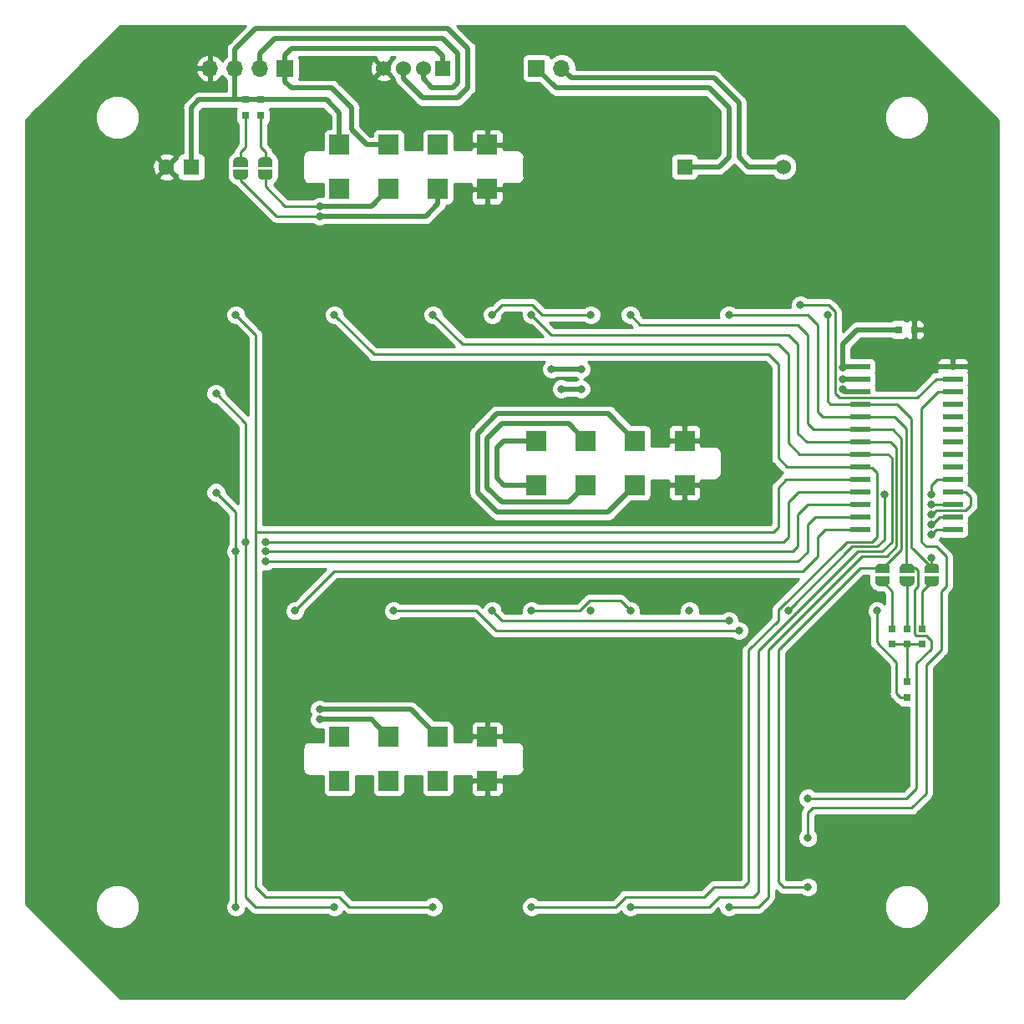
<source format=gbl>
G04 #@! TF.GenerationSoftware,KiCad,Pcbnew,(5.0.2)-1*
G04 #@! TF.CreationDate,2019-02-25T23:41:49+09:00*
G04 #@! TF.ProjectId,Land,4c616e64-2e6b-4696-9361-645f70636258,rev?*
G04 #@! TF.SameCoordinates,Original*
G04 #@! TF.FileFunction,Copper,L2,Bot*
G04 #@! TF.FilePolarity,Positive*
%FSLAX46Y46*%
G04 Gerber Fmt 4.6, Leading zero omitted, Abs format (unit mm)*
G04 Created by KiCad (PCBNEW (5.0.2)-1) date 2019/02/25 23:41:49*
%MOMM*%
%LPD*%
G01*
G04 APERTURE LIST*
G04 #@! TA.AperFunction,SMDPad,CuDef*
%ADD10R,2.000000X0.600000*%
G04 #@! TD*
G04 #@! TA.AperFunction,SMDPad,CuDef*
%ADD11R,0.800000X0.800000*%
G04 #@! TD*
G04 #@! TA.AperFunction,SMDPad,CuDef*
%ADD12C,0.500000*%
G04 #@! TD*
G04 #@! TA.AperFunction,Conductor*
%ADD13C,0.100000*%
G04 #@! TD*
G04 #@! TA.AperFunction,ComponentPad*
%ADD14R,1.700000X1.700000*%
G04 #@! TD*
G04 #@! TA.AperFunction,ComponentPad*
%ADD15O,1.700000X1.700000*%
G04 #@! TD*
G04 #@! TA.AperFunction,ComponentPad*
%ADD16R,1.600000X1.600000*%
G04 #@! TD*
G04 #@! TA.AperFunction,ComponentPad*
%ADD17C,1.600000*%
G04 #@! TD*
G04 #@! TA.AperFunction,SMDPad,CuDef*
%ADD18R,2.000000X2.000000*%
G04 #@! TD*
G04 #@! TA.AperFunction,ComponentPad*
%ADD19R,1.524000X1.524000*%
G04 #@! TD*
G04 #@! TA.AperFunction,ComponentPad*
%ADD20C,1.524000*%
G04 #@! TD*
G04 #@! TA.AperFunction,ViaPad*
%ADD21C,0.800000*%
G04 #@! TD*
G04 #@! TA.AperFunction,Conductor*
%ADD22C,0.250000*%
G04 #@! TD*
G04 #@! TA.AperFunction,Conductor*
%ADD23C,0.500000*%
G04 #@! TD*
G04 #@! TA.AperFunction,Conductor*
%ADD24C,0.254000*%
G04 #@! TD*
G04 APERTURE END LIST*
D10*
G04 #@! TO.P,U1,1*
G04 #@! TO.N,GND*
X174700000Y-90245000D03*
G04 #@! TO.P,U1,2*
G04 #@! TO.N,Net-(D1-Pad1)*
X174700000Y-91515000D03*
G04 #@! TO.P,U1,3*
G04 #@! TO.N,Net-(D17-Pad1)*
X174700000Y-92785000D03*
G04 #@! TO.P,U1,4*
G04 #@! TO.N,Net-(U1-Pad4)*
X174700000Y-94055000D03*
G04 #@! TO.P,U1,5*
G04 #@! TO.N,Net-(U1-Pad5)*
X174700000Y-95325000D03*
G04 #@! TO.P,U1,6*
G04 #@! TO.N,Net-(U1-Pad6)*
X174700000Y-96595000D03*
G04 #@! TO.P,U1,7*
G04 #@! TO.N,Net-(U1-Pad7)*
X174700000Y-97865000D03*
G04 #@! TO.P,U1,8*
G04 #@! TO.N,Net-(U1-Pad8)*
X174700000Y-99135000D03*
G04 #@! TO.P,U1,9*
G04 #@! TO.N,Net-(U1-Pad9)*
X174700000Y-100405000D03*
G04 #@! TO.P,U1,10*
G04 #@! TO.N,Net-(D16-Pad2)*
X174700000Y-101675000D03*
G04 #@! TO.P,U1,11*
G04 #@! TO.N,Net-(D15-Pad2)*
X174700000Y-102945000D03*
G04 #@! TO.P,U1,12*
G04 #@! TO.N,Net-(D14-Pad2)*
X174700000Y-104215000D03*
G04 #@! TO.P,U1,13*
G04 #@! TO.N,Net-(D13-Pad2)*
X174700000Y-105485000D03*
G04 #@! TO.P,U1,14*
G04 #@! TO.N,Net-(D12-Pad2)*
X174700000Y-106755000D03*
G04 #@! TO.P,U1,15*
G04 #@! TO.N,Net-(D11-Pad2)*
X165300000Y-106755000D03*
G04 #@! TO.P,U1,16*
G04 #@! TO.N,Net-(D10-Pad2)*
X165300000Y-105485000D03*
G04 #@! TO.P,U1,17*
G04 #@! TO.N,Net-(D25-Pad2)*
X165300000Y-104215000D03*
G04 #@! TO.P,U1,18*
G04 #@! TO.N,Net-(D24-Pad2)*
X165300000Y-102945000D03*
G04 #@! TO.P,U1,19*
G04 #@! TO.N,Net-(D23-Pad2)*
X165300000Y-101675000D03*
G04 #@! TO.P,U1,20*
G04 #@! TO.N,Net-(D22-Pad2)*
X165300000Y-100405000D03*
G04 #@! TO.P,U1,21*
G04 #@! TO.N,Net-(D21-Pad2)*
X165300000Y-99135000D03*
G04 #@! TO.P,U1,22*
G04 #@! TO.N,Net-(D20-Pad2)*
X165300000Y-97865000D03*
G04 #@! TO.P,U1,23*
G04 #@! TO.N,Net-(D19-Pad2)*
X165300000Y-96595000D03*
G04 #@! TO.P,U1,24*
G04 #@! TO.N,Net-(D18-Pad2)*
X165300000Y-95325000D03*
G04 #@! TO.P,U1,25*
G04 #@! TO.N,Net-(D1-Pad2)*
X165300000Y-94055000D03*
G04 #@! TO.P,U1,26*
G04 #@! TO.N,SCL*
X165300000Y-92785000D03*
G04 #@! TO.P,U1,27*
G04 #@! TO.N,SDA*
X165300000Y-91515000D03*
G04 #@! TO.P,U1,28*
G04 #@! TO.N,VCC*
X165300000Y-90245000D03*
G04 #@! TD*
D11*
G04 #@! TO.P,C1,1*
G04 #@! TO.N,VCC*
X169200000Y-86500000D03*
G04 #@! TO.P,C1,2*
G04 #@! TO.N,GND*
X170800000Y-86500000D03*
G04 #@! TD*
G04 #@! TO.P,D26,2*
G04 #@! TO.N,Net-(D1-Pad1)*
X170060000Y-123790000D03*
G04 #@! TO.P,D26,1*
G04 #@! TO.N,Net-(D26-Pad1)*
X170060000Y-122190000D03*
G04 #@! TD*
D12*
G04 #@! TO.P,JP1,1*
G04 #@! TO.N,Net-(JP1-Pad1)*
X172567000Y-112000000D03*
D13*
G04 #@! TD*
G04 #@! TO.N,Net-(JP1-Pad1)*
G04 #@! TO.C,JP1*
G36*
X173317000Y-111500000D02*
X173317000Y-112000000D01*
X173316398Y-112000000D01*
X173316398Y-112024534D01*
X173311588Y-112073365D01*
X173302016Y-112121490D01*
X173287772Y-112168445D01*
X173268995Y-112213778D01*
X173245864Y-112257051D01*
X173218604Y-112297850D01*
X173187476Y-112335779D01*
X173152779Y-112370476D01*
X173114850Y-112401604D01*
X173074051Y-112428864D01*
X173030778Y-112451995D01*
X172985445Y-112470772D01*
X172938490Y-112485016D01*
X172890365Y-112494588D01*
X172841534Y-112499398D01*
X172817000Y-112499398D01*
X172817000Y-112500000D01*
X172317000Y-112500000D01*
X172317000Y-112499398D01*
X172292466Y-112499398D01*
X172243635Y-112494588D01*
X172195510Y-112485016D01*
X172148555Y-112470772D01*
X172103222Y-112451995D01*
X172059949Y-112428864D01*
X172019150Y-112401604D01*
X171981221Y-112370476D01*
X171946524Y-112335779D01*
X171915396Y-112297850D01*
X171888136Y-112257051D01*
X171865005Y-112213778D01*
X171846228Y-112168445D01*
X171831984Y-112121490D01*
X171822412Y-112073365D01*
X171817602Y-112024534D01*
X171817602Y-112000000D01*
X171817000Y-112000000D01*
X171817000Y-111500000D01*
X173317000Y-111500000D01*
X173317000Y-111500000D01*
G37*
D12*
G04 #@! TO.P,JP1,2*
G04 #@! TO.N,Net-(D1-Pad2)*
X172567000Y-110700000D03*
D13*
G04 #@! TD*
G04 #@! TO.N,Net-(D1-Pad2)*
G04 #@! TO.C,JP1*
G36*
X171817602Y-110700000D02*
X171817602Y-110675466D01*
X171822412Y-110626635D01*
X171831984Y-110578510D01*
X171846228Y-110531555D01*
X171865005Y-110486222D01*
X171888136Y-110442949D01*
X171915396Y-110402150D01*
X171946524Y-110364221D01*
X171981221Y-110329524D01*
X172019150Y-110298396D01*
X172059949Y-110271136D01*
X172103222Y-110248005D01*
X172148555Y-110229228D01*
X172195510Y-110214984D01*
X172243635Y-110205412D01*
X172292466Y-110200602D01*
X172317000Y-110200602D01*
X172317000Y-110200000D01*
X172817000Y-110200000D01*
X172817000Y-110200602D01*
X172841534Y-110200602D01*
X172890365Y-110205412D01*
X172938490Y-110214984D01*
X172985445Y-110229228D01*
X173030778Y-110248005D01*
X173074051Y-110271136D01*
X173114850Y-110298396D01*
X173152779Y-110329524D01*
X173187476Y-110364221D01*
X173218604Y-110402150D01*
X173245864Y-110442949D01*
X173268995Y-110486222D01*
X173287772Y-110531555D01*
X173302016Y-110578510D01*
X173311588Y-110626635D01*
X173316398Y-110675466D01*
X173316398Y-110700000D01*
X173317000Y-110700000D01*
X173317000Y-111200000D01*
X171817000Y-111200000D01*
X171817000Y-110700000D01*
X171817602Y-110700000D01*
X171817602Y-110700000D01*
G37*
D12*
G04 #@! TO.P,JP2,2*
G04 #@! TO.N,Net-(D18-Pad2)*
X170067000Y-110700000D03*
D13*
G04 #@! TD*
G04 #@! TO.N,Net-(D18-Pad2)*
G04 #@! TO.C,JP2*
G36*
X169317602Y-110700000D02*
X169317602Y-110675466D01*
X169322412Y-110626635D01*
X169331984Y-110578510D01*
X169346228Y-110531555D01*
X169365005Y-110486222D01*
X169388136Y-110442949D01*
X169415396Y-110402150D01*
X169446524Y-110364221D01*
X169481221Y-110329524D01*
X169519150Y-110298396D01*
X169559949Y-110271136D01*
X169603222Y-110248005D01*
X169648555Y-110229228D01*
X169695510Y-110214984D01*
X169743635Y-110205412D01*
X169792466Y-110200602D01*
X169817000Y-110200602D01*
X169817000Y-110200000D01*
X170317000Y-110200000D01*
X170317000Y-110200602D01*
X170341534Y-110200602D01*
X170390365Y-110205412D01*
X170438490Y-110214984D01*
X170485445Y-110229228D01*
X170530778Y-110248005D01*
X170574051Y-110271136D01*
X170614850Y-110298396D01*
X170652779Y-110329524D01*
X170687476Y-110364221D01*
X170718604Y-110402150D01*
X170745864Y-110442949D01*
X170768995Y-110486222D01*
X170787772Y-110531555D01*
X170802016Y-110578510D01*
X170811588Y-110626635D01*
X170816398Y-110675466D01*
X170816398Y-110700000D01*
X170817000Y-110700000D01*
X170817000Y-111200000D01*
X169317000Y-111200000D01*
X169317000Y-110700000D01*
X169317602Y-110700000D01*
X169317602Y-110700000D01*
G37*
D12*
G04 #@! TO.P,JP2,1*
G04 #@! TO.N,Net-(JP2-Pad1)*
X170067000Y-112000000D03*
D13*
G04 #@! TD*
G04 #@! TO.N,Net-(JP2-Pad1)*
G04 #@! TO.C,JP2*
G36*
X170817000Y-111500000D02*
X170817000Y-112000000D01*
X170816398Y-112000000D01*
X170816398Y-112024534D01*
X170811588Y-112073365D01*
X170802016Y-112121490D01*
X170787772Y-112168445D01*
X170768995Y-112213778D01*
X170745864Y-112257051D01*
X170718604Y-112297850D01*
X170687476Y-112335779D01*
X170652779Y-112370476D01*
X170614850Y-112401604D01*
X170574051Y-112428864D01*
X170530778Y-112451995D01*
X170485445Y-112470772D01*
X170438490Y-112485016D01*
X170390365Y-112494588D01*
X170341534Y-112499398D01*
X170317000Y-112499398D01*
X170317000Y-112500000D01*
X169817000Y-112500000D01*
X169817000Y-112499398D01*
X169792466Y-112499398D01*
X169743635Y-112494588D01*
X169695510Y-112485016D01*
X169648555Y-112470772D01*
X169603222Y-112451995D01*
X169559949Y-112428864D01*
X169519150Y-112401604D01*
X169481221Y-112370476D01*
X169446524Y-112335779D01*
X169415396Y-112297850D01*
X169388136Y-112257051D01*
X169365005Y-112213778D01*
X169346228Y-112168445D01*
X169331984Y-112121490D01*
X169322412Y-112073365D01*
X169317602Y-112024534D01*
X169317602Y-112000000D01*
X169317000Y-112000000D01*
X169317000Y-111500000D01*
X170817000Y-111500000D01*
X170817000Y-111500000D01*
G37*
D12*
G04 #@! TO.P,JP3,1*
G04 #@! TO.N,Net-(JP3-Pad1)*
X167567000Y-112000000D03*
D13*
G04 #@! TD*
G04 #@! TO.N,Net-(JP3-Pad1)*
G04 #@! TO.C,JP3*
G36*
X168317000Y-111500000D02*
X168317000Y-112000000D01*
X168316398Y-112000000D01*
X168316398Y-112024534D01*
X168311588Y-112073365D01*
X168302016Y-112121490D01*
X168287772Y-112168445D01*
X168268995Y-112213778D01*
X168245864Y-112257051D01*
X168218604Y-112297850D01*
X168187476Y-112335779D01*
X168152779Y-112370476D01*
X168114850Y-112401604D01*
X168074051Y-112428864D01*
X168030778Y-112451995D01*
X167985445Y-112470772D01*
X167938490Y-112485016D01*
X167890365Y-112494588D01*
X167841534Y-112499398D01*
X167817000Y-112499398D01*
X167817000Y-112500000D01*
X167317000Y-112500000D01*
X167317000Y-112499398D01*
X167292466Y-112499398D01*
X167243635Y-112494588D01*
X167195510Y-112485016D01*
X167148555Y-112470772D01*
X167103222Y-112451995D01*
X167059949Y-112428864D01*
X167019150Y-112401604D01*
X166981221Y-112370476D01*
X166946524Y-112335779D01*
X166915396Y-112297850D01*
X166888136Y-112257051D01*
X166865005Y-112213778D01*
X166846228Y-112168445D01*
X166831984Y-112121490D01*
X166822412Y-112073365D01*
X166817602Y-112024534D01*
X166817602Y-112000000D01*
X166817000Y-112000000D01*
X166817000Y-111500000D01*
X168317000Y-111500000D01*
X168317000Y-111500000D01*
G37*
D12*
G04 #@! TO.P,JP3,2*
G04 #@! TO.N,Net-(D19-Pad2)*
X167567000Y-110700000D03*
D13*
G04 #@! TD*
G04 #@! TO.N,Net-(D19-Pad2)*
G04 #@! TO.C,JP3*
G36*
X166817602Y-110700000D02*
X166817602Y-110675466D01*
X166822412Y-110626635D01*
X166831984Y-110578510D01*
X166846228Y-110531555D01*
X166865005Y-110486222D01*
X166888136Y-110442949D01*
X166915396Y-110402150D01*
X166946524Y-110364221D01*
X166981221Y-110329524D01*
X167019150Y-110298396D01*
X167059949Y-110271136D01*
X167103222Y-110248005D01*
X167148555Y-110229228D01*
X167195510Y-110214984D01*
X167243635Y-110205412D01*
X167292466Y-110200602D01*
X167317000Y-110200602D01*
X167317000Y-110200000D01*
X167817000Y-110200000D01*
X167817000Y-110200602D01*
X167841534Y-110200602D01*
X167890365Y-110205412D01*
X167938490Y-110214984D01*
X167985445Y-110229228D01*
X168030778Y-110248005D01*
X168074051Y-110271136D01*
X168114850Y-110298396D01*
X168152779Y-110329524D01*
X168187476Y-110364221D01*
X168218604Y-110402150D01*
X168245864Y-110442949D01*
X168268995Y-110486222D01*
X168287772Y-110531555D01*
X168302016Y-110578510D01*
X168311588Y-110626635D01*
X168316398Y-110675466D01*
X168316398Y-110700000D01*
X168317000Y-110700000D01*
X168317000Y-111200000D01*
X166817000Y-111200000D01*
X166817000Y-110700000D01*
X166817602Y-110700000D01*
X166817602Y-110700000D01*
G37*
D12*
G04 #@! TO.P,JP4,2*
G04 #@! TO.N,SDA*
X102500000Y-70800000D03*
D13*
G04 #@! TD*
G04 #@! TO.N,SDA*
G04 #@! TO.C,JP4*
G36*
X103249398Y-70800000D02*
X103249398Y-70824534D01*
X103244588Y-70873365D01*
X103235016Y-70921490D01*
X103220772Y-70968445D01*
X103201995Y-71013778D01*
X103178864Y-71057051D01*
X103151604Y-71097850D01*
X103120476Y-71135779D01*
X103085779Y-71170476D01*
X103047850Y-71201604D01*
X103007051Y-71228864D01*
X102963778Y-71251995D01*
X102918445Y-71270772D01*
X102871490Y-71285016D01*
X102823365Y-71294588D01*
X102774534Y-71299398D01*
X102750000Y-71299398D01*
X102750000Y-71300000D01*
X102250000Y-71300000D01*
X102250000Y-71299398D01*
X102225466Y-71299398D01*
X102176635Y-71294588D01*
X102128510Y-71285016D01*
X102081555Y-71270772D01*
X102036222Y-71251995D01*
X101992949Y-71228864D01*
X101952150Y-71201604D01*
X101914221Y-71170476D01*
X101879524Y-71135779D01*
X101848396Y-71097850D01*
X101821136Y-71057051D01*
X101798005Y-71013778D01*
X101779228Y-70968445D01*
X101764984Y-70921490D01*
X101755412Y-70873365D01*
X101750602Y-70824534D01*
X101750602Y-70800000D01*
X101750000Y-70800000D01*
X101750000Y-70300000D01*
X103250000Y-70300000D01*
X103250000Y-70800000D01*
X103249398Y-70800000D01*
X103249398Y-70800000D01*
G37*
D12*
G04 #@! TO.P,JP4,1*
G04 #@! TO.N,Net-(JP4-Pad1)*
X102500000Y-69500000D03*
D13*
G04 #@! TD*
G04 #@! TO.N,Net-(JP4-Pad1)*
G04 #@! TO.C,JP4*
G36*
X101750000Y-70000000D02*
X101750000Y-69500000D01*
X101750602Y-69500000D01*
X101750602Y-69475466D01*
X101755412Y-69426635D01*
X101764984Y-69378510D01*
X101779228Y-69331555D01*
X101798005Y-69286222D01*
X101821136Y-69242949D01*
X101848396Y-69202150D01*
X101879524Y-69164221D01*
X101914221Y-69129524D01*
X101952150Y-69098396D01*
X101992949Y-69071136D01*
X102036222Y-69048005D01*
X102081555Y-69029228D01*
X102128510Y-69014984D01*
X102176635Y-69005412D01*
X102225466Y-69000602D01*
X102250000Y-69000602D01*
X102250000Y-69000000D01*
X102750000Y-69000000D01*
X102750000Y-69000602D01*
X102774534Y-69000602D01*
X102823365Y-69005412D01*
X102871490Y-69014984D01*
X102918445Y-69029228D01*
X102963778Y-69048005D01*
X103007051Y-69071136D01*
X103047850Y-69098396D01*
X103085779Y-69129524D01*
X103120476Y-69164221D01*
X103151604Y-69202150D01*
X103178864Y-69242949D01*
X103201995Y-69286222D01*
X103220772Y-69331555D01*
X103235016Y-69378510D01*
X103244588Y-69426635D01*
X103249398Y-69475466D01*
X103249398Y-69500000D01*
X103250000Y-69500000D01*
X103250000Y-70000000D01*
X101750000Y-70000000D01*
X101750000Y-70000000D01*
G37*
D12*
G04 #@! TO.P,JP5,1*
G04 #@! TO.N,Net-(JP5-Pad1)*
X105000000Y-69500000D03*
D13*
G04 #@! TD*
G04 #@! TO.N,Net-(JP5-Pad1)*
G04 #@! TO.C,JP5*
G36*
X104250000Y-70000000D02*
X104250000Y-69500000D01*
X104250602Y-69500000D01*
X104250602Y-69475466D01*
X104255412Y-69426635D01*
X104264984Y-69378510D01*
X104279228Y-69331555D01*
X104298005Y-69286222D01*
X104321136Y-69242949D01*
X104348396Y-69202150D01*
X104379524Y-69164221D01*
X104414221Y-69129524D01*
X104452150Y-69098396D01*
X104492949Y-69071136D01*
X104536222Y-69048005D01*
X104581555Y-69029228D01*
X104628510Y-69014984D01*
X104676635Y-69005412D01*
X104725466Y-69000602D01*
X104750000Y-69000602D01*
X104750000Y-69000000D01*
X105250000Y-69000000D01*
X105250000Y-69000602D01*
X105274534Y-69000602D01*
X105323365Y-69005412D01*
X105371490Y-69014984D01*
X105418445Y-69029228D01*
X105463778Y-69048005D01*
X105507051Y-69071136D01*
X105547850Y-69098396D01*
X105585779Y-69129524D01*
X105620476Y-69164221D01*
X105651604Y-69202150D01*
X105678864Y-69242949D01*
X105701995Y-69286222D01*
X105720772Y-69331555D01*
X105735016Y-69378510D01*
X105744588Y-69426635D01*
X105749398Y-69475466D01*
X105749398Y-69500000D01*
X105750000Y-69500000D01*
X105750000Y-70000000D01*
X104250000Y-70000000D01*
X104250000Y-70000000D01*
G37*
D12*
G04 #@! TO.P,JP5,2*
G04 #@! TO.N,SCL*
X105000000Y-70800000D03*
D13*
G04 #@! TD*
G04 #@! TO.N,SCL*
G04 #@! TO.C,JP5*
G36*
X105749398Y-70800000D02*
X105749398Y-70824534D01*
X105744588Y-70873365D01*
X105735016Y-70921490D01*
X105720772Y-70968445D01*
X105701995Y-71013778D01*
X105678864Y-71057051D01*
X105651604Y-71097850D01*
X105620476Y-71135779D01*
X105585779Y-71170476D01*
X105547850Y-71201604D01*
X105507051Y-71228864D01*
X105463778Y-71251995D01*
X105418445Y-71270772D01*
X105371490Y-71285016D01*
X105323365Y-71294588D01*
X105274534Y-71299398D01*
X105250000Y-71299398D01*
X105250000Y-71300000D01*
X104750000Y-71300000D01*
X104750000Y-71299398D01*
X104725466Y-71299398D01*
X104676635Y-71294588D01*
X104628510Y-71285016D01*
X104581555Y-71270772D01*
X104536222Y-71251995D01*
X104492949Y-71228864D01*
X104452150Y-71201604D01*
X104414221Y-71170476D01*
X104379524Y-71135779D01*
X104348396Y-71097850D01*
X104321136Y-71057051D01*
X104298005Y-71013778D01*
X104279228Y-70968445D01*
X104264984Y-70921490D01*
X104255412Y-70873365D01*
X104250602Y-70824534D01*
X104250602Y-70800000D01*
X104250000Y-70800000D01*
X104250000Y-70300000D01*
X105750000Y-70300000D01*
X105750000Y-70800000D01*
X105749398Y-70800000D01*
X105749398Y-70800000D01*
G37*
D11*
G04 #@! TO.P,R1,1*
G04 #@! TO.N,Net-(JP1-Pad1)*
X171567000Y-116800000D03*
G04 #@! TO.P,R1,2*
G04 #@! TO.N,Net-(D26-Pad1)*
X171567000Y-118400000D03*
G04 #@! TD*
G04 #@! TO.P,R2,1*
G04 #@! TO.N,Net-(JP2-Pad1)*
X170067000Y-116800000D03*
G04 #@! TO.P,R2,2*
G04 #@! TO.N,Net-(D26-Pad1)*
X170067000Y-118400000D03*
G04 #@! TD*
G04 #@! TO.P,R3,2*
G04 #@! TO.N,Net-(D26-Pad1)*
X168567000Y-118400000D03*
G04 #@! TO.P,R3,1*
G04 #@! TO.N,Net-(JP3-Pad1)*
X168567000Y-116800000D03*
G04 #@! TD*
G04 #@! TO.P,R4,1*
G04 #@! TO.N,VCC*
X103000000Y-63200000D03*
G04 #@! TO.P,R4,2*
G04 #@! TO.N,Net-(JP4-Pad1)*
X103000000Y-64800000D03*
G04 #@! TD*
G04 #@! TO.P,R5,2*
G04 #@! TO.N,Net-(JP5-Pad1)*
X104500000Y-64800000D03*
G04 #@! TO.P,R5,1*
G04 #@! TO.N,VCC*
X104500000Y-63200000D03*
G04 #@! TD*
D14*
G04 #@! TO.P,J3,1*
G04 #@! TO.N,Net-(J3-Pad1)*
X132500000Y-60000000D03*
D15*
G04 #@! TO.P,J3,2*
G04 #@! TO.N,Net-(J3-Pad2)*
X135040000Y-60000000D03*
G04 #@! TD*
D16*
G04 #@! TO.P,C2,1*
G04 #@! TO.N,VCC*
X97500000Y-70000000D03*
D17*
G04 #@! TO.P,C2,2*
G04 #@! TO.N,GND*
X95000000Y-70000000D03*
G04 #@! TD*
D18*
G04 #@! TO.P,TP9,1*
G04 #@! TO.N,VCC*
X112500000Y-67750000D03*
G04 #@! TD*
G04 #@! TO.P,TP10,1*
G04 #@! TO.N,SCL*
X117500000Y-67750000D03*
G04 #@! TD*
G04 #@! TO.P,TP11,1*
G04 #@! TO.N,SDA*
X122500000Y-67750000D03*
G04 #@! TD*
G04 #@! TO.P,TP12,1*
G04 #@! TO.N,GND*
X127500000Y-67750000D03*
G04 #@! TD*
G04 #@! TO.P,TP13,1*
G04 #@! TO.N,VCC*
X112500000Y-72250000D03*
G04 #@! TD*
G04 #@! TO.P,TP14,1*
G04 #@! TO.N,SCL*
X117500000Y-72250000D03*
G04 #@! TD*
G04 #@! TO.P,TP15,1*
G04 #@! TO.N,SDA*
X122500000Y-72250000D03*
G04 #@! TD*
G04 #@! TO.P,TP16,1*
G04 #@! TO.N,GND*
X127500000Y-72250000D03*
G04 #@! TD*
G04 #@! TO.P,TP25,1*
G04 #@! TO.N,VCC*
X132500000Y-97750000D03*
G04 #@! TD*
G04 #@! TO.P,TP26,1*
G04 #@! TO.N,SCL*
X137500000Y-97750000D03*
G04 #@! TD*
G04 #@! TO.P,TP27,1*
G04 #@! TO.N,SDA*
X142500000Y-97750000D03*
G04 #@! TD*
G04 #@! TO.P,TP28,1*
G04 #@! TO.N,GND*
X147500000Y-97750000D03*
G04 #@! TD*
G04 #@! TO.P,TP29,1*
G04 #@! TO.N,VCC*
X132500000Y-102250000D03*
G04 #@! TD*
G04 #@! TO.P,TP30,1*
G04 #@! TO.N,SCL*
X137500000Y-102250000D03*
G04 #@! TD*
G04 #@! TO.P,TP31,1*
G04 #@! TO.N,SDA*
X142500000Y-102250000D03*
G04 #@! TD*
G04 #@! TO.P,TP32,1*
G04 #@! TO.N,GND*
X147500000Y-102250000D03*
G04 #@! TD*
G04 #@! TO.P,TP41,1*
G04 #@! TO.N,VCC*
X112500000Y-127750000D03*
G04 #@! TD*
G04 #@! TO.P,TP42,1*
G04 #@! TO.N,SCL*
X117500000Y-127750000D03*
G04 #@! TD*
G04 #@! TO.P,TP43,1*
G04 #@! TO.N,SDA*
X122500000Y-127750000D03*
G04 #@! TD*
G04 #@! TO.P,TP44,1*
G04 #@! TO.N,GND*
X127500000Y-127750000D03*
G04 #@! TD*
G04 #@! TO.P,TP45,1*
G04 #@! TO.N,VCC*
X112500000Y-132250000D03*
G04 #@! TD*
G04 #@! TO.P,TP46,1*
G04 #@! TO.N,SCL*
X117500000Y-132250000D03*
G04 #@! TD*
G04 #@! TO.P,TP47,1*
G04 #@! TO.N,SDA*
X122500000Y-132250000D03*
G04 #@! TD*
G04 #@! TO.P,TP48,1*
G04 #@! TO.N,GND*
X127500000Y-132250000D03*
G04 #@! TD*
D14*
G04 #@! TO.P,J1,1*
G04 #@! TO.N,SCL*
X107000000Y-60000000D03*
D15*
G04 #@! TO.P,J1,2*
G04 #@! TO.N,SDA*
X104460000Y-60000000D03*
G04 #@! TO.P,J1,3*
G04 #@! TO.N,VCC*
X101920000Y-60000000D03*
G04 #@! TO.P,J1,4*
G04 #@! TO.N,GND*
X99380000Y-60000000D03*
G04 #@! TD*
D19*
G04 #@! TO.P,J2,1*
G04 #@! TO.N,SCL*
X123000000Y-60000000D03*
D20*
G04 #@! TO.P,J2,2*
G04 #@! TO.N,SDA*
X121000000Y-60000000D03*
G04 #@! TO.P,J2,3*
G04 #@! TO.N,VCC*
X119000000Y-60000000D03*
G04 #@! TO.P,J2,4*
G04 #@! TO.N,GND*
X117000000Y-60000000D03*
G04 #@! TD*
G04 #@! TO.P,LS1,2*
G04 #@! TO.N,Net-(J3-Pad2)*
X157500000Y-70000000D03*
D19*
G04 #@! TO.P,LS1,1*
G04 #@! TO.N,Net-(J3-Pad1)*
X147500000Y-70000000D03*
G04 #@! TD*
D21*
G04 #@! TO.N,GND*
X127500000Y-132250000D03*
X127500000Y-127750000D03*
X147500000Y-102250000D03*
X147500000Y-97750000D03*
X127500000Y-67750000D03*
X127500000Y-72250000D03*
X106000000Y-65000000D03*
G04 #@! TO.N,Net-(D1-Pad1)*
X132000000Y-115000000D03*
X138000000Y-85000000D03*
X142000000Y-115000000D03*
X128000000Y-85000000D03*
X167000000Y-115000000D03*
X159250000Y-84000000D03*
G04 #@! TO.N,Net-(D1-Pad2)*
X162000000Y-85000000D03*
X172538655Y-109630782D03*
G04 #@! TO.N,Net-(D10-Pad2)*
X105000000Y-110000000D03*
G04 #@! TO.N,Net-(D11-Pad2)*
X108000000Y-115000000D03*
G04 #@! TO.N,SCL*
X137000000Y-92500000D03*
X135000000Y-92500000D03*
X117500000Y-72250000D03*
X110500000Y-74000000D03*
X137500000Y-97750000D03*
X137500000Y-102250000D03*
X117500000Y-132250000D03*
X117500000Y-127750000D03*
X163500000Y-92500000D03*
X110500000Y-126000000D03*
X117500000Y-67750000D03*
G04 #@! TO.N,SDA*
X163500000Y-91500000D03*
X122500000Y-72250000D03*
X110500000Y-75000000D03*
X122500000Y-67750000D03*
X142500000Y-97750000D03*
X142500000Y-102250000D03*
X122500000Y-132250000D03*
X122500000Y-127750000D03*
X110500000Y-125000000D03*
G04 #@! TO.N,Net-(D18-Pad2)*
X152000000Y-85000000D03*
X160000000Y-134000000D03*
G04 #@! TO.N,Net-(D19-Pad2)*
X142000000Y-85000000D03*
X160000000Y-143000000D03*
G04 #@! TO.N,Net-(D12-Pad2)*
X118000000Y-115000000D03*
X172500000Y-107250000D03*
X153000000Y-117000000D03*
G04 #@! TO.N,Net-(D13-Pad2)*
X128000000Y-115000000D03*
X172500000Y-106250000D03*
X152000000Y-116000000D03*
G04 #@! TO.N,Net-(D14-Pad2)*
X138000000Y-115000000D03*
X172500000Y-104250000D03*
G04 #@! TO.N,Net-(D15-Pad2)*
X148000000Y-115000000D03*
X172500000Y-105250000D03*
G04 #@! TO.N,VCC*
X134000000Y-90500000D03*
X137000000Y-90500000D03*
X163500000Y-90300000D03*
X132500000Y-97750000D03*
X132500000Y-102250000D03*
X112500000Y-127750000D03*
X112500000Y-132250000D03*
X112500000Y-72250000D03*
X112500000Y-67750000D03*
G04 #@! TO.N,Net-(D20-Pad2)*
X132000000Y-85000000D03*
X152000000Y-145000000D03*
G04 #@! TO.N,Net-(D21-Pad2)*
X122000000Y-85000000D03*
X142000000Y-145000000D03*
G04 #@! TO.N,Net-(D22-Pad2)*
X112000000Y-85000000D03*
X132000000Y-145000000D03*
G04 #@! TO.N,Net-(D23-Pad2)*
X102000000Y-85000000D03*
X122000000Y-145000000D03*
G04 #@! TO.N,Net-(D24-Pad2)*
X100000000Y-93000000D03*
X112000000Y-145000000D03*
X105000000Y-108000000D03*
X103000000Y-108000000D03*
G04 #@! TO.N,Net-(D25-Pad2)*
X100000000Y-103000000D03*
X102000000Y-145000000D03*
X105000000Y-109000000D03*
X102000000Y-109000000D03*
G04 #@! TO.N,Net-(D16-Pad2)*
X158000000Y-115000000D03*
X172500000Y-103250000D03*
X167750000Y-103250000D03*
G04 #@! TO.N,Net-(D17-Pad1)*
X160000000Y-138000000D03*
G04 #@! TD*
D22*
G04 #@! TO.N,Net-(D1-Pad1)*
X136850000Y-115000000D02*
X132000000Y-115000000D01*
X136850000Y-115000000D02*
X137850000Y-114000000D01*
X141000000Y-114000000D02*
X142000000Y-115000000D01*
X137850000Y-114000000D02*
X141000000Y-114000000D01*
X133150000Y-85000000D02*
X138000000Y-85000000D01*
X133073002Y-85000000D02*
X133150000Y-85000000D01*
X132073002Y-84000000D02*
X133073002Y-85000000D01*
X129000000Y-84000000D02*
X132073002Y-84000000D01*
X128000000Y-85000000D02*
X129000000Y-84000000D01*
X169410000Y-123790000D02*
X170060000Y-123790000D01*
X169000000Y-123380000D02*
X169410000Y-123790000D01*
X169000000Y-120218002D02*
X169000000Y-123380000D01*
X167000000Y-118218002D02*
X169000000Y-120218002D01*
X167000000Y-115000000D02*
X167000000Y-118218002D01*
X173000000Y-91515000D02*
X174700000Y-91515000D01*
X171104999Y-93410001D02*
X173000000Y-91515000D01*
X162323002Y-84250000D02*
X162750000Y-84676998D01*
X162750000Y-84676998D02*
X162750000Y-93000000D01*
X162750000Y-93000000D02*
X163160001Y-93410001D01*
X163160001Y-93410001D02*
X171104999Y-93410001D01*
X162073002Y-84000000D02*
X162323002Y-84250000D01*
X159250000Y-84000000D02*
X162073002Y-84000000D01*
G04 #@! TO.N,Net-(D1-Pad2)*
X172538655Y-110671655D02*
X172567000Y-110700000D01*
X172538655Y-109630782D02*
X172538655Y-110671655D01*
X165300000Y-94055000D02*
X169055000Y-94055000D01*
X169055000Y-94055000D02*
X170517010Y-95517010D01*
X170517010Y-95517010D02*
X170517010Y-108650010D01*
X170517010Y-108650010D02*
X170617000Y-108750000D01*
X170617000Y-108750000D02*
X172567000Y-110700000D01*
X162555000Y-94055000D02*
X165300000Y-94055000D01*
X162305000Y-94055000D02*
X162555000Y-94055000D01*
X162000000Y-85000000D02*
X162000000Y-93750000D01*
X162000000Y-93750000D02*
X162305000Y-94055000D01*
G04 #@! TO.N,Net-(D10-Pad2)*
X160750000Y-105485000D02*
X165300000Y-105485000D01*
X105000000Y-110000000D02*
X159000000Y-110000000D01*
X159000000Y-110000000D02*
X159985000Y-109015000D01*
X159985000Y-109015000D02*
X159985000Y-108500000D01*
X159985000Y-108500000D02*
X160000000Y-108485000D01*
X160000000Y-108485000D02*
X160000000Y-106235000D01*
X160000000Y-106235000D02*
X160750000Y-105485000D01*
G04 #@! TO.N,Net-(D11-Pad2)*
X161745000Y-106755000D02*
X165300000Y-106755000D01*
X161000000Y-107500000D02*
X161745000Y-106755000D01*
X161000000Y-109500000D02*
X161000000Y-107500000D01*
X159500000Y-111000000D02*
X161000000Y-109500000D01*
X108000000Y-115000000D02*
X112000000Y-111000000D01*
X112000000Y-111000000D02*
X159500000Y-111000000D01*
G04 #@! TO.N,Net-(JP1-Pad1)*
X171567000Y-116800000D02*
X171567000Y-113000000D01*
X171567000Y-113000000D02*
X172567000Y-112000000D01*
G04 #@! TO.N,Net-(JP2-Pad1)*
X170067000Y-116800000D02*
X170067000Y-112000000D01*
G04 #@! TO.N,Net-(JP3-Pad1)*
X168567000Y-116800000D02*
X168567000Y-113000000D01*
X168567000Y-113000000D02*
X167567000Y-112000000D01*
D23*
G04 #@! TO.N,SCL*
X117957000Y-127503000D02*
X117500000Y-127750000D01*
D22*
X105000000Y-70800000D02*
X105000000Y-72000000D01*
X105000000Y-72000000D02*
X107000000Y-74000000D01*
D23*
X118000000Y-127500000D02*
X117957000Y-127457000D01*
D22*
X117957000Y-127457000D02*
X117957000Y-127500000D01*
X163535000Y-92785000D02*
X163500000Y-92750000D01*
D23*
X137000000Y-92500000D02*
X135000000Y-92500000D01*
X115000000Y-74000000D02*
X115750000Y-74000000D01*
X115750000Y-74000000D02*
X117500000Y-72250000D01*
X117500000Y-72250000D02*
X117500000Y-72250000D01*
D22*
X107000000Y-74000000D02*
X110500000Y-74000000D01*
D23*
X115000000Y-74000000D02*
X110500000Y-74000000D01*
X137500000Y-97750000D02*
X137500000Y-97750000D01*
X137500000Y-102250000D02*
X137500000Y-102250000D01*
X116250000Y-126500000D02*
X117500000Y-127750000D01*
X115750000Y-126000000D02*
X116250000Y-126500000D01*
X117957000Y-127500000D02*
X117957000Y-127500000D01*
X117500000Y-127750000D02*
X117957000Y-127500000D01*
X163500000Y-92535000D02*
X163750000Y-92785000D01*
X163500000Y-92500000D02*
X163500000Y-92535000D01*
X165300000Y-92785000D02*
X163750000Y-92785000D01*
X110500000Y-126000000D02*
X115750000Y-126000000D01*
X135750000Y-104000000D02*
X137500000Y-102250000D01*
X135750000Y-96000000D02*
X129000000Y-96000000D01*
X129000000Y-96000000D02*
X127500000Y-97500000D01*
X127500000Y-102500000D02*
X129000000Y-104000000D01*
X137500000Y-97750000D02*
X135750000Y-96000000D01*
X127500000Y-97500000D02*
X127500000Y-102500000D01*
X129000000Y-104000000D02*
X135750000Y-104000000D01*
X123000000Y-58738000D02*
X123000000Y-60000000D01*
X122262000Y-58000000D02*
X123000000Y-58738000D01*
X107650000Y-58000000D02*
X122262000Y-58000000D01*
X107000000Y-58650000D02*
X107650000Y-58000000D01*
X107000000Y-60000000D02*
X107000000Y-58650000D01*
X107000000Y-61350000D02*
X107000000Y-60000000D01*
X107650000Y-62000000D02*
X107000000Y-61350000D01*
X111750000Y-62000000D02*
X107650000Y-62000000D01*
X113750000Y-64000000D02*
X113750000Y-66250000D01*
X113750000Y-64000000D02*
X111750000Y-62000000D01*
X115250000Y-67750000D02*
X117500000Y-67750000D01*
X113750000Y-66250000D02*
X115250000Y-67750000D01*
G04 #@! TO.N,SDA*
X121957000Y-127500000D02*
X122500000Y-127750000D01*
X122000000Y-67500000D02*
X122500000Y-67750000D01*
D22*
X102500000Y-70800000D02*
X102500000Y-71400000D01*
X102500000Y-71400000D02*
X106100000Y-75000000D01*
X121957000Y-127500000D02*
X121978500Y-127478500D01*
D23*
X121978500Y-127478500D02*
X122000000Y-127500000D01*
X165300000Y-91515000D02*
X163515000Y-91515000D01*
D22*
X163515000Y-91515000D02*
X163500000Y-91500000D01*
D23*
X122500000Y-73750000D02*
X122500000Y-72250000D01*
X110500000Y-75000000D02*
X121250000Y-75000000D01*
X121250000Y-75000000D02*
X122500000Y-73750000D01*
D22*
X106100000Y-75000000D02*
X110500000Y-75000000D01*
D23*
X122500000Y-67750000D02*
X122000000Y-67501000D01*
X122250000Y-67750000D02*
X122500000Y-67750000D01*
X142500000Y-97750000D02*
X142500000Y-97750000D01*
X142500000Y-102250000D02*
X142500000Y-102250000D01*
X122500000Y-127750000D02*
X121957000Y-127503000D01*
X119750000Y-125000000D02*
X122500000Y-127750000D01*
X110500000Y-125000000D02*
X119750000Y-125000000D01*
X139750000Y-105000000D02*
X142500000Y-102250000D01*
X139750000Y-95000000D02*
X128500000Y-95000000D01*
X142500000Y-97750000D02*
X139750000Y-95000000D01*
X126500000Y-97000000D02*
X126500000Y-103000000D01*
X126500000Y-103000000D02*
X128500000Y-105000000D01*
X128500000Y-95000000D02*
X126500000Y-97000000D01*
X128500000Y-105000000D02*
X139750000Y-105000000D01*
X104460000Y-60000000D02*
X104460000Y-58540000D01*
X104460000Y-58540000D02*
X106000000Y-57000000D01*
X106000000Y-57000000D02*
X123000000Y-57000000D01*
X121000000Y-61077630D02*
X121000000Y-60000000D01*
X123000000Y-57000000D02*
X124500000Y-58500000D01*
X124500000Y-61500000D02*
X124500000Y-58500000D01*
X121922370Y-62000000D02*
X121000000Y-61077630D01*
X124000000Y-62000000D02*
X121922370Y-62000000D01*
X124500000Y-61500000D02*
X124000000Y-62000000D01*
D22*
G04 #@! TO.N,Net-(D18-Pad2)*
X160000000Y-134000000D02*
X160111400Y-134000000D01*
X160000000Y-134000000D02*
X169000000Y-134000000D01*
X170914592Y-110700000D02*
X170067000Y-110700000D01*
X171157000Y-110942408D02*
X170914592Y-110700000D01*
X171157000Y-112536100D02*
X171157000Y-110942408D01*
X170841600Y-112851500D02*
X171157000Y-112536100D01*
X170841600Y-117334700D02*
X170841600Y-112851500D01*
X171032200Y-117525300D02*
X170841600Y-117334700D01*
X172025300Y-117525300D02*
X171032200Y-117525300D01*
X160000000Y-134000000D02*
X170000000Y-134000000D01*
X171000000Y-133000000D02*
X171000000Y-120352002D01*
X170000000Y-134000000D02*
X171000000Y-133000000D01*
X171000000Y-120352002D02*
X172500000Y-118852002D01*
X172500000Y-118852002D02*
X172500000Y-118000000D01*
X172500000Y-118000000D02*
X172025300Y-117525300D01*
X165300000Y-95325000D02*
X168825000Y-95325000D01*
X168825000Y-95325000D02*
X170000000Y-96500000D01*
X170000000Y-96500000D02*
X170000000Y-110633000D01*
X170000000Y-110633000D02*
X170067000Y-110700000D01*
X161500000Y-95325000D02*
X165300000Y-95325000D01*
X161000000Y-94825000D02*
X161500000Y-95325000D01*
X161000000Y-86000000D02*
X161000000Y-94825000D01*
X160000000Y-85000000D02*
X161000000Y-86000000D01*
X152000000Y-85000000D02*
X160000000Y-85000000D01*
G04 #@! TO.N,Net-(D19-Pad2)*
X157000000Y-141000000D02*
X157000000Y-121000000D01*
X157000000Y-142500000D02*
X157000000Y-141000000D01*
X160000000Y-143000000D02*
X157500000Y-143000000D01*
X157500000Y-143000000D02*
X157000000Y-142500000D01*
X165300000Y-96595000D02*
X168595000Y-96595000D01*
X168595000Y-96595000D02*
X169500000Y-97500000D01*
X169500000Y-97500000D02*
X169500000Y-108767000D01*
X169500000Y-108767000D02*
X167567000Y-110700000D01*
X157000000Y-121000000D02*
X157000000Y-119926998D01*
X157000000Y-121000000D02*
X157000000Y-120000000D01*
X157000000Y-120000000D02*
X157000000Y-119926998D01*
X157000000Y-119926998D02*
X157000000Y-119000000D01*
X157000000Y-119000000D02*
X165300000Y-110700000D01*
X165300000Y-110700000D02*
X167567000Y-110700000D01*
X160595000Y-96595000D02*
X165300000Y-96595000D01*
X160000000Y-96000000D02*
X160595000Y-96595000D01*
X160000000Y-87000000D02*
X160000000Y-96000000D01*
X159000000Y-86000000D02*
X160000000Y-87000000D01*
X142000000Y-85000000D02*
X143000000Y-86000000D01*
X143000000Y-86000000D02*
X159000000Y-86000000D01*
G04 #@! TO.N,Net-(D12-Pad2)*
X174700000Y-106755000D02*
X174000000Y-106755000D01*
X118000000Y-115000000D02*
X126361900Y-115000000D01*
X128361900Y-117000000D02*
X146000000Y-117000000D01*
X126361900Y-115000000D02*
X128361900Y-117000000D01*
X172500000Y-107250000D02*
X172550000Y-107250000D01*
X172550000Y-107250000D02*
X173045000Y-106755000D01*
X173045000Y-106755000D02*
X174700000Y-106755000D01*
X146000000Y-117000000D02*
X153000000Y-117000000D01*
G04 #@! TO.N,Net-(D13-Pad2)*
X129000000Y-116000000D02*
X147000000Y-116000000D01*
X128000000Y-115000000D02*
X129000000Y-116000000D01*
X174080685Y-105485000D02*
X174700000Y-105485000D01*
X173338002Y-105485000D02*
X174700000Y-105485000D01*
X172500000Y-106250000D02*
X172573002Y-106250000D01*
X172573002Y-106250000D02*
X173338002Y-105485000D01*
X147000000Y-116000000D02*
X152000000Y-116000000D01*
G04 #@! TO.N,Net-(D14-Pad2)*
X174700000Y-104215000D02*
X172535000Y-104215000D01*
X172535000Y-104215000D02*
X172500000Y-104250000D01*
G04 #@! TO.N,Net-(D15-Pad2)*
X172500000Y-105000000D02*
X172524999Y-104975001D01*
X172500000Y-105250000D02*
X172500000Y-105000000D01*
X175950000Y-102945000D02*
X174700000Y-102945000D01*
X172500000Y-105250000D02*
X172573002Y-105250000D01*
X172573002Y-105250000D02*
X172983001Y-104840001D01*
X172983001Y-104840001D02*
X175960001Y-104840001D01*
X175960001Y-104840001D02*
X176500000Y-104300002D01*
X176500000Y-104300002D02*
X176500000Y-103495000D01*
X176500000Y-103495000D02*
X175950000Y-102945000D01*
D23*
G04 #@! TO.N,VCC*
X165300000Y-90245000D02*
X166000000Y-90245000D01*
X134000000Y-90500000D02*
X137000000Y-90500000D01*
X165300000Y-90245000D02*
X163555000Y-90245000D01*
X163555000Y-90245000D02*
X163500000Y-90300000D01*
X163500000Y-90300000D02*
X163500000Y-88000000D01*
X165000000Y-86500000D02*
X169200000Y-86500000D01*
X163500000Y-88000000D02*
X165000000Y-86500000D01*
X132500000Y-97750000D02*
X132500000Y-97750000D01*
X132500000Y-102250000D02*
X132500000Y-102250000D01*
X129200000Y-97750000D02*
X128450000Y-98500000D01*
X132500000Y-97750000D02*
X129200000Y-97750000D01*
X129200000Y-102250000D02*
X128450000Y-101500000D01*
X132500000Y-102250000D02*
X129200000Y-102250000D01*
X128450000Y-101500000D02*
X128450000Y-98500000D01*
X119000000Y-61077630D02*
X119000000Y-60000000D01*
X120922370Y-63000000D02*
X119000000Y-61077630D01*
X101920000Y-60000000D02*
X101920000Y-58080000D01*
X101920000Y-58080000D02*
X104000000Y-56000000D01*
X101920000Y-60000000D02*
X101920000Y-62120000D01*
X103000000Y-63200000D02*
X104500000Y-63200000D01*
X104500000Y-63200000D02*
X111200000Y-63200000D01*
X101920000Y-63120000D02*
X102000000Y-63200000D01*
X101920000Y-62120000D02*
X101920000Y-63120000D01*
X102000000Y-63200000D02*
X103000000Y-63200000D01*
X104000000Y-56000000D02*
X123500000Y-56000000D01*
X124500000Y-63000000D02*
X120922370Y-63000000D01*
X125500000Y-62000000D02*
X125500000Y-58000000D01*
X123500000Y-56000000D02*
X125500000Y-58000000D01*
X124500000Y-63000000D02*
X125500000Y-62000000D01*
X111200000Y-63200000D02*
X112500000Y-64500000D01*
X112500000Y-64500000D02*
X112500000Y-67750000D01*
X97500000Y-70000000D02*
X97500000Y-64000000D01*
X100000000Y-63200000D02*
X102000000Y-63200000D01*
X98300000Y-63200000D02*
X97500000Y-64000000D01*
X100000000Y-63200000D02*
X98300000Y-63200000D01*
D22*
G04 #@! TO.N,Net-(D20-Pad2)*
X168000000Y-109500000D02*
X169000000Y-108500000D01*
X169000000Y-108500000D02*
X169000000Y-98500000D01*
X169000000Y-98500000D02*
X168365000Y-97865000D01*
X155000000Y-145000000D02*
X156000000Y-144000000D01*
X152000000Y-145000000D02*
X155000000Y-145000000D01*
X168365000Y-97865000D02*
X165300000Y-97865000D01*
X159000000Y-88000000D02*
X159000000Y-97000000D01*
X158000000Y-87000000D02*
X159000000Y-88000000D01*
X134000000Y-87000000D02*
X158000000Y-87000000D01*
X132000000Y-85000000D02*
X134000000Y-87000000D01*
X159865000Y-97865000D02*
X165300000Y-97865000D01*
X159000000Y-97000000D02*
X159865000Y-97865000D01*
X165500000Y-109500000D02*
X168000000Y-109500000D01*
X156000000Y-144000000D02*
X156000000Y-119000000D01*
X156000000Y-119000000D02*
X165500000Y-109500000D01*
G04 #@! TO.N,Net-(D21-Pad2)*
X168500000Y-108000000D02*
X168500000Y-99500000D01*
X167500000Y-109000000D02*
X168500000Y-108000000D01*
X165073002Y-109000000D02*
X167500000Y-109000000D01*
X150000000Y-145000000D02*
X151000000Y-144000000D01*
X142000000Y-145000000D02*
X150000000Y-145000000D01*
X151000000Y-144000000D02*
X154500000Y-144000000D01*
X168500000Y-99500000D02*
X168135000Y-99135000D01*
X154500000Y-144000000D02*
X155000000Y-143500000D01*
X155000000Y-143500000D02*
X155000000Y-119073002D01*
X168135000Y-99135000D02*
X165300000Y-99135000D01*
X155000000Y-119073002D02*
X165073002Y-109000000D01*
X158000000Y-98000000D02*
X159135000Y-99135000D01*
X158000000Y-89000000D02*
X158000000Y-98000000D01*
X157000000Y-88000000D02*
X158000000Y-89000000D01*
X125000000Y-88000000D02*
X157000000Y-88000000D01*
X122000000Y-85000000D02*
X125000000Y-88000000D01*
X159135000Y-99135000D02*
X165300000Y-99135000D01*
G04 #@! TO.N,Net-(D22-Pad2)*
X157000000Y-99500000D02*
X157000000Y-90000000D01*
X165300000Y-100405000D02*
X157905000Y-100405000D01*
X157905000Y-100405000D02*
X157000000Y-99500000D01*
X157000000Y-90000000D02*
X156000000Y-89000000D01*
X156000000Y-89000000D02*
X116000000Y-89000000D01*
X116000000Y-89000000D02*
X112000000Y-85000000D01*
X166000000Y-100405000D02*
X165300000Y-100405000D01*
X153500000Y-143000000D02*
X154000000Y-142500000D01*
X166500000Y-100500000D02*
X166095000Y-100500000D01*
X150500000Y-143000000D02*
X153500000Y-143000000D01*
X157000000Y-114926998D02*
X163926998Y-108000000D01*
X149500000Y-144000000D02*
X150500000Y-143000000D01*
X140500000Y-145000000D02*
X141500000Y-144000000D01*
X141500000Y-144000000D02*
X149500000Y-144000000D01*
X132000000Y-145000000D02*
X140500000Y-145000000D01*
X167000000Y-101000000D02*
X166500000Y-100500000D01*
X154000000Y-142500000D02*
X154000000Y-119000000D01*
X154000000Y-119000000D02*
X157000000Y-116000000D01*
X157000000Y-116000000D02*
X157000000Y-114926998D01*
X163926998Y-108000000D02*
X166500000Y-108000000D01*
X166500000Y-108000000D02*
X167000000Y-107500000D01*
X167000000Y-107500000D02*
X167000000Y-101000000D01*
X166095000Y-100500000D02*
X166000000Y-100405000D01*
G04 #@! TO.N,Net-(D23-Pad2)*
X102000000Y-85000000D02*
X104000000Y-87000000D01*
X104000000Y-143000000D02*
X105000000Y-144000000D01*
X104000000Y-87000000D02*
X104000000Y-106000000D01*
X104000000Y-107000000D02*
X104000000Y-143000000D01*
X104000000Y-106000000D02*
X104000000Y-107000000D01*
X113500000Y-145000000D02*
X112500000Y-144000000D01*
X122000000Y-145000000D02*
X113500000Y-145000000D01*
X105000000Y-144000000D02*
X112500000Y-144000000D01*
X157000000Y-106500000D02*
X157000000Y-102500000D01*
X157825000Y-101675000D02*
X165300000Y-101675000D01*
X157000000Y-102500000D02*
X157825000Y-101675000D01*
X156500000Y-107000000D02*
X157000000Y-106500000D01*
X104000000Y-107000000D02*
X156500000Y-107000000D01*
G04 #@! TO.N,Net-(D24-Pad2)*
X104000000Y-145000000D02*
X103000000Y-144000000D01*
X100000000Y-93000000D02*
X103000000Y-96000000D01*
X103000000Y-144000000D02*
X103000000Y-108000000D01*
X103000000Y-108000000D02*
X103000000Y-96000000D01*
X112000000Y-145000000D02*
X104000000Y-145000000D01*
X159055000Y-102945000D02*
X165300000Y-102945000D01*
X158000000Y-104000000D02*
X159055000Y-102945000D01*
X158000000Y-107500000D02*
X158000000Y-104000000D01*
X157500000Y-108000000D02*
X158000000Y-107500000D01*
X105000000Y-108000000D02*
X157500000Y-108000000D01*
G04 #@! TO.N,Net-(D25-Pad2)*
X102000000Y-145000000D02*
X102000000Y-105000000D01*
X102000000Y-105000000D02*
X100000000Y-103000000D01*
X160000000Y-104215000D02*
X165300000Y-104215000D01*
X159000000Y-105215000D02*
X160000000Y-104215000D01*
X159000000Y-108500000D02*
X159000000Y-105215000D01*
X158500000Y-109000000D02*
X159000000Y-108500000D01*
X105000000Y-109000000D02*
X158500000Y-109000000D01*
G04 #@! TO.N,Net-(D16-Pad2)*
X167000000Y-108500000D02*
X167750000Y-107750000D01*
X164500000Y-108500000D02*
X167000000Y-108500000D01*
X158000000Y-115000000D02*
X164500000Y-108500000D01*
X167750000Y-107750000D02*
X167750000Y-103250000D01*
X172500000Y-103250000D02*
X172500000Y-102250000D01*
X173075000Y-101675000D02*
X174700000Y-101675000D01*
X172500000Y-102250000D02*
X173075000Y-101675000D01*
G04 #@! TO.N,Net-(D17-Pad1)*
X171500000Y-94500000D02*
X173215000Y-92785000D01*
X171500000Y-108000000D02*
X171500000Y-94500000D01*
X172000000Y-108500000D02*
X171500000Y-108000000D01*
X173500000Y-113000000D02*
X174000000Y-112500000D01*
X173500000Y-119000000D02*
X173500000Y-113000000D01*
X173215000Y-92785000D02*
X174700000Y-92785000D01*
X160000000Y-135500000D02*
X160500000Y-135000000D01*
X160000000Y-138000000D02*
X160000000Y-135500000D01*
X160500000Y-135000000D02*
X170500000Y-135000000D01*
X170500000Y-135000000D02*
X172000000Y-133500000D01*
X172000000Y-133500000D02*
X172000000Y-120500000D01*
X172000000Y-120500000D02*
X173500000Y-119000000D01*
X174000000Y-109500000D02*
X173000000Y-108500000D01*
X173000000Y-108500000D02*
X172000000Y-108500000D01*
X174000000Y-112500000D02*
X174000000Y-109500000D01*
G04 #@! TO.N,Net-(D26-Pad1)*
X170067000Y-118400000D02*
X170067000Y-122183000D01*
X170067000Y-122183000D02*
X170060000Y-122190000D01*
X168567000Y-118400000D02*
X170067000Y-118400000D01*
X170067000Y-118400000D02*
X171567000Y-118400000D01*
G04 #@! TO.N,Net-(JP4-Pad1)*
X103000000Y-64800000D02*
X103000000Y-68000000D01*
X103000000Y-68000000D02*
X102500000Y-68500000D01*
X102500000Y-68500000D02*
X102500000Y-69500000D01*
G04 #@! TO.N,Net-(JP5-Pad1)*
X105000000Y-69500000D02*
X105000000Y-68500000D01*
X105000000Y-68500000D02*
X104500000Y-68000000D01*
X104500000Y-68000000D02*
X104500000Y-64800000D01*
D23*
G04 #@! TO.N,Net-(J3-Pad2)*
X150500000Y-61000000D02*
X136040000Y-61000000D01*
X153000000Y-63500000D02*
X150500000Y-61000000D01*
X136040000Y-61000000D02*
X135040000Y-60000000D01*
X154000000Y-70000000D02*
X153000000Y-69000000D01*
X157500000Y-70000000D02*
X154000000Y-70000000D01*
X153000000Y-69000000D02*
X153000000Y-63500000D01*
G04 #@! TO.N,Net-(J3-Pad1)*
X134500000Y-62000000D02*
X132500000Y-60000000D01*
X150000000Y-62000000D02*
X134500000Y-62000000D01*
X152000000Y-64000000D02*
X150000000Y-62000000D01*
X152000000Y-69000000D02*
X152000000Y-64000000D01*
X147500000Y-70000000D02*
X151000000Y-70000000D01*
X151000000Y-70000000D02*
X152000000Y-69000000D01*
G04 #@! TD*
D24*
G04 #@! TO.N,GND*
G36*
X101355845Y-57392577D02*
X101281952Y-57441951D01*
X101232578Y-57515844D01*
X101232576Y-57515846D01*
X101086348Y-57734691D01*
X101017663Y-58080000D01*
X101035001Y-58167165D01*
X101035001Y-58805344D01*
X100849375Y-58929375D01*
X100636157Y-59248478D01*
X100575183Y-59118642D01*
X100146924Y-58728355D01*
X99736890Y-58558524D01*
X99507000Y-58679845D01*
X99507000Y-59873000D01*
X99527000Y-59873000D01*
X99527000Y-60127000D01*
X99507000Y-60127000D01*
X99507000Y-61320155D01*
X99736890Y-61441476D01*
X100146924Y-61271645D01*
X100575183Y-60881358D01*
X100636157Y-60751522D01*
X100849375Y-61070625D01*
X101035001Y-61194656D01*
X101035001Y-62032831D01*
X101035000Y-62032836D01*
X101035000Y-62315000D01*
X98387161Y-62315000D01*
X98300000Y-62297663D01*
X98212839Y-62315000D01*
X98212835Y-62315000D01*
X97954690Y-62366348D01*
X97735845Y-62512576D01*
X97735844Y-62512577D01*
X97661951Y-62561951D01*
X97612577Y-62635844D01*
X96935845Y-63312577D01*
X96861952Y-63361951D01*
X96812578Y-63435844D01*
X96812576Y-63435846D01*
X96666348Y-63654691D01*
X96597663Y-64000000D01*
X96615001Y-64087165D01*
X96615000Y-68569467D01*
X96452235Y-68601843D01*
X96242191Y-68742191D01*
X96101843Y-68952235D01*
X96055307Y-69186187D01*
X96007745Y-69171861D01*
X95179605Y-70000000D01*
X96007745Y-70828139D01*
X96055307Y-70813813D01*
X96101843Y-71047765D01*
X96242191Y-71257809D01*
X96452235Y-71398157D01*
X96700000Y-71447440D01*
X98300000Y-71447440D01*
X98547765Y-71398157D01*
X98757809Y-71257809D01*
X98898157Y-71047765D01*
X98947440Y-70800000D01*
X98947440Y-69200000D01*
X98898157Y-68952235D01*
X98757809Y-68742191D01*
X98547765Y-68601843D01*
X98385000Y-68569467D01*
X98385000Y-64366578D01*
X98666579Y-64085000D01*
X101912840Y-64085000D01*
X101999999Y-64102337D01*
X102040577Y-64094266D01*
X102001843Y-64152235D01*
X101952560Y-64400000D01*
X101952560Y-65200000D01*
X102001843Y-65447765D01*
X102142191Y-65657809D01*
X102240000Y-65723164D01*
X102240001Y-67685198D01*
X102015529Y-67909669D01*
X101952071Y-67952071D01*
X101784096Y-68203464D01*
X101740000Y-68425149D01*
X101740000Y-68425153D01*
X101728890Y-68481005D01*
X101654603Y-68520713D01*
X101573104Y-68575169D01*
X101474994Y-68655686D01*
X101405686Y-68724994D01*
X101325169Y-68823104D01*
X101270713Y-68904603D01*
X101210881Y-69016540D01*
X101173372Y-69107096D01*
X101136530Y-69228549D01*
X101117408Y-69324682D01*
X101104968Y-69450991D01*
X101104968Y-69487894D01*
X101102560Y-69500000D01*
X101102560Y-70000000D01*
X101132397Y-70150000D01*
X101102560Y-70300000D01*
X101102560Y-70800000D01*
X101104968Y-70812106D01*
X101104968Y-70849009D01*
X101117408Y-70975318D01*
X101136530Y-71071451D01*
X101173372Y-71192904D01*
X101210881Y-71283460D01*
X101270713Y-71395397D01*
X101325169Y-71476896D01*
X101405686Y-71575006D01*
X101474994Y-71644314D01*
X101573104Y-71724831D01*
X101654603Y-71779287D01*
X101766540Y-71839119D01*
X101857096Y-71876628D01*
X101916463Y-71894637D01*
X101952072Y-71947929D01*
X102015528Y-71990329D01*
X105509671Y-75484473D01*
X105552071Y-75547929D01*
X105615527Y-75590329D01*
X105803462Y-75715904D01*
X105851605Y-75725480D01*
X106025148Y-75760000D01*
X106025152Y-75760000D01*
X106100000Y-75774888D01*
X106174848Y-75760000D01*
X109796289Y-75760000D01*
X109913720Y-75877431D01*
X110294126Y-76035000D01*
X110705874Y-76035000D01*
X111068007Y-75885000D01*
X121162839Y-75885000D01*
X121250000Y-75902337D01*
X121337161Y-75885000D01*
X121337165Y-75885000D01*
X121595310Y-75833652D01*
X121888049Y-75638049D01*
X121937425Y-75564153D01*
X123064156Y-74437423D01*
X123138049Y-74388049D01*
X123320496Y-74115000D01*
X123333652Y-74095310D01*
X123359572Y-73965000D01*
X123373011Y-73897440D01*
X123500000Y-73897440D01*
X123747765Y-73848157D01*
X123957809Y-73707809D01*
X124098157Y-73497765D01*
X124147440Y-73250000D01*
X124147440Y-72535750D01*
X125865000Y-72535750D01*
X125865000Y-73376310D01*
X125961673Y-73609699D01*
X126140302Y-73788327D01*
X126373691Y-73885000D01*
X127214250Y-73885000D01*
X127373000Y-73726250D01*
X127373000Y-72377000D01*
X127627000Y-72377000D01*
X127627000Y-73726250D01*
X127785750Y-73885000D01*
X128626309Y-73885000D01*
X128859698Y-73788327D01*
X129038327Y-73609699D01*
X129135000Y-73376310D01*
X129135000Y-72535750D01*
X128976250Y-72377000D01*
X127627000Y-72377000D01*
X127373000Y-72377000D01*
X126023750Y-72377000D01*
X125865000Y-72535750D01*
X124147440Y-72535750D01*
X124147440Y-71735000D01*
X125865000Y-71735000D01*
X125865000Y-71964250D01*
X126023750Y-72123000D01*
X127373000Y-72123000D01*
X127373000Y-72103000D01*
X127627000Y-72103000D01*
X127627000Y-72123000D01*
X128976250Y-72123000D01*
X129135000Y-71964250D01*
X129135000Y-71735000D01*
X130427612Y-71735000D01*
X130500000Y-71749399D01*
X130572388Y-71735000D01*
X130786783Y-71692354D01*
X131029905Y-71529905D01*
X131192354Y-71286783D01*
X131249399Y-71000000D01*
X131235000Y-70927612D01*
X131235000Y-69072388D01*
X131249399Y-69000000D01*
X131192354Y-68713217D01*
X131029905Y-68470095D01*
X130786783Y-68307646D01*
X130572388Y-68265000D01*
X130500000Y-68250601D01*
X130427612Y-68265000D01*
X129135000Y-68265000D01*
X129135000Y-68035750D01*
X128976250Y-67877000D01*
X127627000Y-67877000D01*
X127627000Y-67897000D01*
X127373000Y-67897000D01*
X127373000Y-67877000D01*
X126023750Y-67877000D01*
X125865000Y-68035750D01*
X125865000Y-68265000D01*
X124147440Y-68265000D01*
X124147440Y-66750000D01*
X124122316Y-66623690D01*
X125865000Y-66623690D01*
X125865000Y-67464250D01*
X126023750Y-67623000D01*
X127373000Y-67623000D01*
X127373000Y-66273750D01*
X127627000Y-66273750D01*
X127627000Y-67623000D01*
X128976250Y-67623000D01*
X129135000Y-67464250D01*
X129135000Y-66623690D01*
X129038327Y-66390301D01*
X128859698Y-66211673D01*
X128626309Y-66115000D01*
X127785750Y-66115000D01*
X127627000Y-66273750D01*
X127373000Y-66273750D01*
X127214250Y-66115000D01*
X126373691Y-66115000D01*
X126140302Y-66211673D01*
X125961673Y-66390301D01*
X125865000Y-66623690D01*
X124122316Y-66623690D01*
X124098157Y-66502235D01*
X123957809Y-66292191D01*
X123747765Y-66151843D01*
X123500000Y-66102560D01*
X121500000Y-66102560D01*
X121252235Y-66151843D01*
X121042191Y-66292191D01*
X120901843Y-66502235D01*
X120852560Y-66750000D01*
X120852560Y-68265000D01*
X119147440Y-68265000D01*
X119147440Y-66750000D01*
X119098157Y-66502235D01*
X118957809Y-66292191D01*
X118747765Y-66151843D01*
X118500000Y-66102560D01*
X116500000Y-66102560D01*
X116252235Y-66151843D01*
X116042191Y-66292191D01*
X115901843Y-66502235D01*
X115852560Y-66750000D01*
X115852560Y-66865000D01*
X115616579Y-66865000D01*
X114635000Y-65883422D01*
X114635000Y-64087159D01*
X114652337Y-63999999D01*
X114635000Y-63912839D01*
X114635000Y-63912835D01*
X114583652Y-63654690D01*
X114457111Y-63465309D01*
X114437424Y-63435845D01*
X114437423Y-63435844D01*
X114388049Y-63361951D01*
X114314156Y-63312577D01*
X112437424Y-61435846D01*
X112388049Y-61361951D01*
X112095310Y-61166348D01*
X111837165Y-61115000D01*
X111837161Y-61115000D01*
X111750000Y-61097663D01*
X111662839Y-61115000D01*
X108436641Y-61115000D01*
X108448157Y-61097765D01*
X108471539Y-60980213D01*
X116199392Y-60980213D01*
X116268857Y-61222397D01*
X116792302Y-61409144D01*
X117347368Y-61381362D01*
X117731143Y-61222397D01*
X117800608Y-60980213D01*
X117000000Y-60179605D01*
X116199392Y-60980213D01*
X108471539Y-60980213D01*
X108497440Y-60850000D01*
X108497440Y-59792302D01*
X115590856Y-59792302D01*
X115618638Y-60347368D01*
X115777603Y-60731143D01*
X116019787Y-60800608D01*
X116820395Y-60000000D01*
X116019787Y-59199392D01*
X115777603Y-59268857D01*
X115590856Y-59792302D01*
X108497440Y-59792302D01*
X108497440Y-59150000D01*
X108448157Y-58902235D01*
X108436641Y-58885000D01*
X116238053Y-58885000D01*
X116199392Y-59019787D01*
X117000000Y-59820395D01*
X117800608Y-59019787D01*
X117761947Y-58885000D01*
X118139343Y-58885000D01*
X117815680Y-59208663D01*
X117705894Y-59473711D01*
X117179605Y-60000000D01*
X117705894Y-60526289D01*
X117815680Y-60791337D01*
X118098378Y-61074035D01*
X118097663Y-61077630D01*
X118115000Y-61164791D01*
X118115000Y-61164794D01*
X118166348Y-61422939D01*
X118361951Y-61715679D01*
X118435847Y-61765055D01*
X120234947Y-63564156D01*
X120284321Y-63638049D01*
X120358214Y-63687423D01*
X120358215Y-63687424D01*
X120473049Y-63764154D01*
X120577060Y-63833652D01*
X120835205Y-63885000D01*
X120835209Y-63885000D01*
X120922370Y-63902337D01*
X121009531Y-63885000D01*
X124412839Y-63885000D01*
X124500000Y-63902337D01*
X124587161Y-63885000D01*
X124587165Y-63885000D01*
X124845310Y-63833652D01*
X125138049Y-63638049D01*
X125187425Y-63564153D01*
X126064156Y-62687423D01*
X126138049Y-62638049D01*
X126187425Y-62564154D01*
X126333652Y-62345310D01*
X126339681Y-62315000D01*
X126385000Y-62087165D01*
X126385000Y-62087161D01*
X126402337Y-62000000D01*
X126385000Y-61912839D01*
X126385000Y-59150000D01*
X131002560Y-59150000D01*
X131002560Y-60850000D01*
X131051843Y-61097765D01*
X131192191Y-61307809D01*
X131402235Y-61448157D01*
X131650000Y-61497440D01*
X132745862Y-61497440D01*
X133812576Y-62564155D01*
X133861951Y-62638049D01*
X133935844Y-62687423D01*
X133935845Y-62687424D01*
X134041543Y-62758049D01*
X134154690Y-62833652D01*
X134412835Y-62885000D01*
X134412839Y-62885000D01*
X134499999Y-62902337D01*
X134587159Y-62885000D01*
X149633422Y-62885000D01*
X151115001Y-64366580D01*
X151115000Y-68633421D01*
X150633422Y-69115000D01*
X148884974Y-69115000D01*
X148860157Y-68990235D01*
X148719809Y-68780191D01*
X148509765Y-68639843D01*
X148262000Y-68590560D01*
X146738000Y-68590560D01*
X146490235Y-68639843D01*
X146280191Y-68780191D01*
X146139843Y-68990235D01*
X146090560Y-69238000D01*
X146090560Y-70762000D01*
X146139843Y-71009765D01*
X146280191Y-71219809D01*
X146490235Y-71360157D01*
X146738000Y-71409440D01*
X148262000Y-71409440D01*
X148509765Y-71360157D01*
X148719809Y-71219809D01*
X148860157Y-71009765D01*
X148884974Y-70885000D01*
X150912839Y-70885000D01*
X151000000Y-70902337D01*
X151087161Y-70885000D01*
X151087165Y-70885000D01*
X151345310Y-70833652D01*
X151638049Y-70638049D01*
X151687425Y-70564153D01*
X152500000Y-69751579D01*
X153312577Y-70564156D01*
X153361951Y-70638049D01*
X153435844Y-70687423D01*
X153435845Y-70687424D01*
X153604326Y-70800000D01*
X153654690Y-70833652D01*
X153912835Y-70885000D01*
X153912839Y-70885000D01*
X154000000Y-70902337D01*
X154087161Y-70885000D01*
X156409343Y-70885000D01*
X156708663Y-71184320D01*
X157222119Y-71397000D01*
X157777881Y-71397000D01*
X158291337Y-71184320D01*
X158684320Y-70791337D01*
X158897000Y-70277881D01*
X158897000Y-69722119D01*
X158684320Y-69208663D01*
X158291337Y-68815680D01*
X157777881Y-68603000D01*
X157222119Y-68603000D01*
X156708663Y-68815680D01*
X156409343Y-69115000D01*
X154366579Y-69115000D01*
X153885000Y-68633422D01*
X153885000Y-64555431D01*
X167765000Y-64555431D01*
X167765000Y-65444569D01*
X168105259Y-66266026D01*
X168733974Y-66894741D01*
X169555431Y-67235000D01*
X170444569Y-67235000D01*
X171266026Y-66894741D01*
X171894741Y-66266026D01*
X172235000Y-65444569D01*
X172235000Y-64555431D01*
X171894741Y-63733974D01*
X171266026Y-63105259D01*
X170444569Y-62765000D01*
X169555431Y-62765000D01*
X168733974Y-63105259D01*
X168105259Y-63733974D01*
X167765000Y-64555431D01*
X153885000Y-64555431D01*
X153885000Y-63587161D01*
X153902337Y-63500000D01*
X153885000Y-63412839D01*
X153885000Y-63412835D01*
X153833652Y-63154690D01*
X153638049Y-62861951D01*
X153564156Y-62812577D01*
X151187425Y-60435847D01*
X151138049Y-60361951D01*
X150845310Y-60166348D01*
X150587165Y-60115000D01*
X150587161Y-60115000D01*
X150500000Y-60097663D01*
X150412839Y-60115000D01*
X136531217Y-60115000D01*
X136554092Y-60000000D01*
X136438839Y-59420582D01*
X136110625Y-58929375D01*
X135619418Y-58601161D01*
X135186256Y-58515000D01*
X134893744Y-58515000D01*
X134460582Y-58601161D01*
X133969375Y-58929375D01*
X133957184Y-58947619D01*
X133948157Y-58902235D01*
X133807809Y-58692191D01*
X133597765Y-58551843D01*
X133350000Y-58502560D01*
X131650000Y-58502560D01*
X131402235Y-58551843D01*
X131192191Y-58692191D01*
X131051843Y-58902235D01*
X131002560Y-59150000D01*
X126385000Y-59150000D01*
X126385000Y-58087159D01*
X126402337Y-57999999D01*
X126385000Y-57912839D01*
X126385000Y-57912835D01*
X126333652Y-57654690D01*
X126138049Y-57361951D01*
X126064156Y-57312577D01*
X124461578Y-55710000D01*
X169705910Y-55710000D01*
X179290001Y-65294093D01*
X179290000Y-144705908D01*
X169705910Y-154290000D01*
X90294092Y-154290000D01*
X80710000Y-144705910D01*
X80710000Y-144555431D01*
X87765000Y-144555431D01*
X87765000Y-145444569D01*
X88105259Y-146266026D01*
X88733974Y-146894741D01*
X89555431Y-147235000D01*
X90444569Y-147235000D01*
X91266026Y-146894741D01*
X91894741Y-146266026D01*
X92235000Y-145444569D01*
X92235000Y-144555431D01*
X91894741Y-143733974D01*
X91266026Y-143105259D01*
X90444569Y-142765000D01*
X89555431Y-142765000D01*
X88733974Y-143105259D01*
X88105259Y-143733974D01*
X87765000Y-144555431D01*
X80710000Y-144555431D01*
X80710000Y-92794126D01*
X98965000Y-92794126D01*
X98965000Y-93205874D01*
X99122569Y-93586280D01*
X99413720Y-93877431D01*
X99794126Y-94035000D01*
X99960199Y-94035000D01*
X102240001Y-96314803D01*
X102240000Y-104165198D01*
X101035000Y-102960199D01*
X101035000Y-102794126D01*
X100877431Y-102413720D01*
X100586280Y-102122569D01*
X100205874Y-101965000D01*
X99794126Y-101965000D01*
X99413720Y-102122569D01*
X99122569Y-102413720D01*
X98965000Y-102794126D01*
X98965000Y-103205874D01*
X99122569Y-103586280D01*
X99413720Y-103877431D01*
X99794126Y-104035000D01*
X99960199Y-104035000D01*
X101240001Y-105314803D01*
X101240001Y-108296288D01*
X101122569Y-108413720D01*
X100965000Y-108794126D01*
X100965000Y-109205874D01*
X101122569Y-109586280D01*
X101240001Y-109703712D01*
X101240000Y-144296289D01*
X101122569Y-144413720D01*
X100965000Y-144794126D01*
X100965000Y-145205874D01*
X101122569Y-145586280D01*
X101413720Y-145877431D01*
X101794126Y-146035000D01*
X102205874Y-146035000D01*
X102586280Y-145877431D01*
X102877431Y-145586280D01*
X103035000Y-145205874D01*
X103035000Y-145109802D01*
X103409671Y-145484473D01*
X103452071Y-145547929D01*
X103703463Y-145715904D01*
X103925148Y-145760000D01*
X103925152Y-145760000D01*
X104000000Y-145774888D01*
X104074848Y-145760000D01*
X111296289Y-145760000D01*
X111413720Y-145877431D01*
X111794126Y-146035000D01*
X112205874Y-146035000D01*
X112586280Y-145877431D01*
X112877431Y-145586280D01*
X112915801Y-145493647D01*
X112952071Y-145547929D01*
X113203463Y-145715904D01*
X113425148Y-145760000D01*
X113425152Y-145760000D01*
X113500000Y-145774888D01*
X113574848Y-145760000D01*
X121296289Y-145760000D01*
X121413720Y-145877431D01*
X121794126Y-146035000D01*
X122205874Y-146035000D01*
X122586280Y-145877431D01*
X122877431Y-145586280D01*
X123035000Y-145205874D01*
X123035000Y-144794126D01*
X122877431Y-144413720D01*
X122586280Y-144122569D01*
X122205874Y-143965000D01*
X121794126Y-143965000D01*
X121413720Y-144122569D01*
X121296289Y-144240000D01*
X113814802Y-144240000D01*
X113090331Y-143515530D01*
X113047929Y-143452071D01*
X112796537Y-143284096D01*
X112574852Y-143240000D01*
X112574847Y-143240000D01*
X112500000Y-143225112D01*
X112425153Y-143240000D01*
X105314802Y-143240000D01*
X104760000Y-142685199D01*
X104760000Y-129000000D01*
X108750601Y-129000000D01*
X108765001Y-129072393D01*
X108765000Y-130927611D01*
X108750601Y-131000000D01*
X108807646Y-131286783D01*
X108970095Y-131529905D01*
X109213217Y-131692354D01*
X109500000Y-131749399D01*
X109572388Y-131735000D01*
X110852560Y-131735000D01*
X110852560Y-133250000D01*
X110901843Y-133497765D01*
X111042191Y-133707809D01*
X111252235Y-133848157D01*
X111500000Y-133897440D01*
X113500000Y-133897440D01*
X113747765Y-133848157D01*
X113957809Y-133707809D01*
X114098157Y-133497765D01*
X114147440Y-133250000D01*
X114147440Y-131735000D01*
X115852560Y-131735000D01*
X115852560Y-133250000D01*
X115901843Y-133497765D01*
X116042191Y-133707809D01*
X116252235Y-133848157D01*
X116500000Y-133897440D01*
X118500000Y-133897440D01*
X118747765Y-133848157D01*
X118957809Y-133707809D01*
X119098157Y-133497765D01*
X119147440Y-133250000D01*
X119147440Y-131735000D01*
X120852560Y-131735000D01*
X120852560Y-133250000D01*
X120901843Y-133497765D01*
X121042191Y-133707809D01*
X121252235Y-133848157D01*
X121500000Y-133897440D01*
X123500000Y-133897440D01*
X123747765Y-133848157D01*
X123957809Y-133707809D01*
X124098157Y-133497765D01*
X124147440Y-133250000D01*
X124147440Y-132535750D01*
X125865000Y-132535750D01*
X125865000Y-133376310D01*
X125961673Y-133609699D01*
X126140302Y-133788327D01*
X126373691Y-133885000D01*
X127214250Y-133885000D01*
X127373000Y-133726250D01*
X127373000Y-132377000D01*
X127627000Y-132377000D01*
X127627000Y-133726250D01*
X127785750Y-133885000D01*
X128626309Y-133885000D01*
X128859698Y-133788327D01*
X129038327Y-133609699D01*
X129135000Y-133376310D01*
X129135000Y-132535750D01*
X128976250Y-132377000D01*
X127627000Y-132377000D01*
X127373000Y-132377000D01*
X126023750Y-132377000D01*
X125865000Y-132535750D01*
X124147440Y-132535750D01*
X124147440Y-131735000D01*
X125865000Y-131735000D01*
X125865000Y-131964250D01*
X126023750Y-132123000D01*
X127373000Y-132123000D01*
X127373000Y-132103000D01*
X127627000Y-132103000D01*
X127627000Y-132123000D01*
X128976250Y-132123000D01*
X129135000Y-131964250D01*
X129135000Y-131735000D01*
X130427612Y-131735000D01*
X130500000Y-131749399D01*
X130572388Y-131735000D01*
X130786783Y-131692354D01*
X131029905Y-131529905D01*
X131192354Y-131286783D01*
X131249399Y-131000000D01*
X131235000Y-130927612D01*
X131235000Y-129072388D01*
X131249399Y-129000000D01*
X131192354Y-128713217D01*
X131029905Y-128470095D01*
X130786783Y-128307646D01*
X130572388Y-128265000D01*
X130500000Y-128250601D01*
X130427612Y-128265000D01*
X129135000Y-128265000D01*
X129135000Y-128035750D01*
X128976250Y-127877000D01*
X127627000Y-127877000D01*
X127627000Y-127897000D01*
X127373000Y-127897000D01*
X127373000Y-127877000D01*
X126023750Y-127877000D01*
X125865000Y-128035750D01*
X125865000Y-128265000D01*
X124147440Y-128265000D01*
X124147440Y-126750000D01*
X124122316Y-126623690D01*
X125865000Y-126623690D01*
X125865000Y-127464250D01*
X126023750Y-127623000D01*
X127373000Y-127623000D01*
X127373000Y-126273750D01*
X127627000Y-126273750D01*
X127627000Y-127623000D01*
X128976250Y-127623000D01*
X129135000Y-127464250D01*
X129135000Y-126623690D01*
X129038327Y-126390301D01*
X128859698Y-126211673D01*
X128626309Y-126115000D01*
X127785750Y-126115000D01*
X127627000Y-126273750D01*
X127373000Y-126273750D01*
X127214250Y-126115000D01*
X126373691Y-126115000D01*
X126140302Y-126211673D01*
X125961673Y-126390301D01*
X125865000Y-126623690D01*
X124122316Y-126623690D01*
X124098157Y-126502235D01*
X123957809Y-126292191D01*
X123747765Y-126151843D01*
X123500000Y-126102560D01*
X122104139Y-126102560D01*
X120437425Y-124435847D01*
X120388049Y-124361951D01*
X120095310Y-124166348D01*
X119837165Y-124115000D01*
X119837161Y-124115000D01*
X119750000Y-124097663D01*
X119662839Y-124115000D01*
X111068007Y-124115000D01*
X110705874Y-123965000D01*
X110294126Y-123965000D01*
X109913720Y-124122569D01*
X109622569Y-124413720D01*
X109465000Y-124794126D01*
X109465000Y-125205874D01*
X109586831Y-125500000D01*
X109465000Y-125794126D01*
X109465000Y-126205874D01*
X109622569Y-126586280D01*
X109913720Y-126877431D01*
X110294126Y-127035000D01*
X110705874Y-127035000D01*
X110852560Y-126974241D01*
X110852560Y-128265000D01*
X109572388Y-128265000D01*
X109500000Y-128250601D01*
X109427612Y-128265000D01*
X109213217Y-128307646D01*
X108970095Y-128470095D01*
X108807646Y-128713217D01*
X108750601Y-129000000D01*
X104760000Y-129000000D01*
X104760000Y-111020865D01*
X104794126Y-111035000D01*
X105205874Y-111035000D01*
X105586280Y-110877431D01*
X105703711Y-110760000D01*
X111165198Y-110760000D01*
X107960199Y-113965000D01*
X107794126Y-113965000D01*
X107413720Y-114122569D01*
X107122569Y-114413720D01*
X106965000Y-114794126D01*
X106965000Y-115205874D01*
X107122569Y-115586280D01*
X107413720Y-115877431D01*
X107794126Y-116035000D01*
X108205874Y-116035000D01*
X108586280Y-115877431D01*
X108877431Y-115586280D01*
X109035000Y-115205874D01*
X109035000Y-115039801D01*
X109280675Y-114794126D01*
X116965000Y-114794126D01*
X116965000Y-115205874D01*
X117122569Y-115586280D01*
X117413720Y-115877431D01*
X117794126Y-116035000D01*
X118205874Y-116035000D01*
X118586280Y-115877431D01*
X118703711Y-115760000D01*
X126047099Y-115760000D01*
X127771571Y-117484473D01*
X127813971Y-117547929D01*
X128065363Y-117715904D01*
X128287048Y-117760000D01*
X128287052Y-117760000D01*
X128361899Y-117774888D01*
X128436746Y-117760000D01*
X152296289Y-117760000D01*
X152413720Y-117877431D01*
X152794126Y-118035000D01*
X153205874Y-118035000D01*
X153586280Y-117877431D01*
X153877431Y-117586280D01*
X154035000Y-117205874D01*
X154035000Y-116794126D01*
X153877431Y-116413720D01*
X153586280Y-116122569D01*
X153205874Y-115965000D01*
X153035000Y-115965000D01*
X153035000Y-115794126D01*
X152877431Y-115413720D01*
X152586280Y-115122569D01*
X152205874Y-114965000D01*
X151794126Y-114965000D01*
X151413720Y-115122569D01*
X151296289Y-115240000D01*
X149020865Y-115240000D01*
X149035000Y-115205874D01*
X149035000Y-114794126D01*
X148877431Y-114413720D01*
X148586280Y-114122569D01*
X148205874Y-113965000D01*
X147794126Y-113965000D01*
X147413720Y-114122569D01*
X147122569Y-114413720D01*
X146965000Y-114794126D01*
X146965000Y-115205874D01*
X146979135Y-115240000D01*
X143020865Y-115240000D01*
X143035000Y-115205874D01*
X143035000Y-114794126D01*
X142877431Y-114413720D01*
X142586280Y-114122569D01*
X142205874Y-113965000D01*
X142039802Y-113965000D01*
X141590331Y-113515530D01*
X141547929Y-113452071D01*
X141296537Y-113284096D01*
X141074852Y-113240000D01*
X141074847Y-113240000D01*
X141000000Y-113225112D01*
X140925153Y-113240000D01*
X137924848Y-113240000D01*
X137850000Y-113225112D01*
X137775152Y-113240000D01*
X137775148Y-113240000D01*
X137553463Y-113284096D01*
X137302071Y-113452071D01*
X137259671Y-113515527D01*
X136535199Y-114240000D01*
X132703711Y-114240000D01*
X132586280Y-114122569D01*
X132205874Y-113965000D01*
X131794126Y-113965000D01*
X131413720Y-114122569D01*
X131122569Y-114413720D01*
X130965000Y-114794126D01*
X130965000Y-115205874D01*
X130979135Y-115240000D01*
X129314802Y-115240000D01*
X129035000Y-114960199D01*
X129035000Y-114794126D01*
X128877431Y-114413720D01*
X128586280Y-114122569D01*
X128205874Y-113965000D01*
X127794126Y-113965000D01*
X127413720Y-114122569D01*
X127122569Y-114413720D01*
X127042859Y-114606158D01*
X126952231Y-114515530D01*
X126909829Y-114452071D01*
X126658437Y-114284096D01*
X126436752Y-114240000D01*
X126436747Y-114240000D01*
X126361900Y-114225112D01*
X126287053Y-114240000D01*
X118703711Y-114240000D01*
X118586280Y-114122569D01*
X118205874Y-113965000D01*
X117794126Y-113965000D01*
X117413720Y-114122569D01*
X117122569Y-114413720D01*
X116965000Y-114794126D01*
X109280675Y-114794126D01*
X112314802Y-111760000D01*
X159092197Y-111760000D01*
X156515528Y-114336669D01*
X156452072Y-114379069D01*
X156409672Y-114442525D01*
X156409671Y-114442526D01*
X156284097Y-114630461D01*
X156225112Y-114926998D01*
X156240001Y-115001849D01*
X156240000Y-115685198D01*
X153515528Y-118409671D01*
X153452072Y-118452071D01*
X153409672Y-118515527D01*
X153409671Y-118515528D01*
X153284097Y-118703463D01*
X153225112Y-119000000D01*
X153240001Y-119074851D01*
X153240000Y-142185198D01*
X153185199Y-142240000D01*
X150574848Y-142240000D01*
X150500000Y-142225112D01*
X150425152Y-142240000D01*
X150425148Y-142240000D01*
X150203463Y-142284096D01*
X149952071Y-142452071D01*
X149909671Y-142515527D01*
X149185199Y-143240000D01*
X141574848Y-143240000D01*
X141500000Y-143225112D01*
X141425152Y-143240000D01*
X141425148Y-143240000D01*
X141203463Y-143284096D01*
X140952071Y-143452071D01*
X140909671Y-143515527D01*
X140185199Y-144240000D01*
X132703711Y-144240000D01*
X132586280Y-144122569D01*
X132205874Y-143965000D01*
X131794126Y-143965000D01*
X131413720Y-144122569D01*
X131122569Y-144413720D01*
X130965000Y-144794126D01*
X130965000Y-145205874D01*
X131122569Y-145586280D01*
X131413720Y-145877431D01*
X131794126Y-146035000D01*
X132205874Y-146035000D01*
X132586280Y-145877431D01*
X132703711Y-145760000D01*
X140425153Y-145760000D01*
X140500000Y-145774888D01*
X140574847Y-145760000D01*
X140574852Y-145760000D01*
X140796537Y-145715904D01*
X141047929Y-145547929D01*
X141084199Y-145493647D01*
X141122569Y-145586280D01*
X141413720Y-145877431D01*
X141794126Y-146035000D01*
X142205874Y-146035000D01*
X142586280Y-145877431D01*
X142703711Y-145760000D01*
X149925153Y-145760000D01*
X150000000Y-145774888D01*
X150074847Y-145760000D01*
X150074852Y-145760000D01*
X150296537Y-145715904D01*
X150547929Y-145547929D01*
X150590331Y-145484470D01*
X150965000Y-145109801D01*
X150965000Y-145205874D01*
X151122569Y-145586280D01*
X151413720Y-145877431D01*
X151794126Y-146035000D01*
X152205874Y-146035000D01*
X152586280Y-145877431D01*
X152703711Y-145760000D01*
X154925153Y-145760000D01*
X155000000Y-145774888D01*
X155074847Y-145760000D01*
X155074852Y-145760000D01*
X155296537Y-145715904D01*
X155547929Y-145547929D01*
X155590331Y-145484470D01*
X156484473Y-144590329D01*
X156536701Y-144555431D01*
X167765000Y-144555431D01*
X167765000Y-145444569D01*
X168105259Y-146266026D01*
X168733974Y-146894741D01*
X169555431Y-147235000D01*
X170444569Y-147235000D01*
X171266026Y-146894741D01*
X171894741Y-146266026D01*
X172235000Y-145444569D01*
X172235000Y-144555431D01*
X171894741Y-143733974D01*
X171266026Y-143105259D01*
X170444569Y-142765000D01*
X169555431Y-142765000D01*
X168733974Y-143105259D01*
X168105259Y-143733974D01*
X167765000Y-144555431D01*
X156536701Y-144555431D01*
X156547929Y-144547929D01*
X156715904Y-144296537D01*
X156760000Y-144074852D01*
X156760000Y-144074848D01*
X156774888Y-144000000D01*
X156760000Y-143925152D01*
X156760000Y-143334802D01*
X156909671Y-143484472D01*
X156952071Y-143547929D01*
X157015527Y-143590329D01*
X157203462Y-143715904D01*
X157251605Y-143725480D01*
X157425148Y-143760000D01*
X157425152Y-143760000D01*
X157500000Y-143774888D01*
X157574848Y-143760000D01*
X159296289Y-143760000D01*
X159413720Y-143877431D01*
X159794126Y-144035000D01*
X160205874Y-144035000D01*
X160586280Y-143877431D01*
X160877431Y-143586280D01*
X161035000Y-143205874D01*
X161035000Y-142794126D01*
X160877431Y-142413720D01*
X160586280Y-142122569D01*
X160205874Y-141965000D01*
X159794126Y-141965000D01*
X159413720Y-142122569D01*
X159296289Y-142240000D01*
X157814802Y-142240000D01*
X157760000Y-142185199D01*
X157760000Y-119314801D01*
X165614802Y-111460000D01*
X166177516Y-111460000D01*
X166169560Y-111500000D01*
X166169560Y-112000000D01*
X166171968Y-112012106D01*
X166171968Y-112049009D01*
X166184408Y-112175318D01*
X166203530Y-112271451D01*
X166240372Y-112392904D01*
X166277881Y-112483460D01*
X166337713Y-112595397D01*
X166392169Y-112676896D01*
X166472686Y-112775006D01*
X166541994Y-112844314D01*
X166640104Y-112924831D01*
X166721603Y-112979287D01*
X166833540Y-113039119D01*
X166924096Y-113076628D01*
X167045549Y-113113470D01*
X167141682Y-113132592D01*
X167267991Y-113145032D01*
X167304894Y-113145032D01*
X167317000Y-113147440D01*
X167639638Y-113147440D01*
X167807001Y-113314803D01*
X167807001Y-114343290D01*
X167586280Y-114122569D01*
X167205874Y-113965000D01*
X166794126Y-113965000D01*
X166413720Y-114122569D01*
X166122569Y-114413720D01*
X165965000Y-114794126D01*
X165965000Y-115205874D01*
X166122569Y-115586280D01*
X166240000Y-115703711D01*
X166240001Y-118143150D01*
X166225112Y-118218002D01*
X166284097Y-118514539D01*
X166306408Y-118547929D01*
X166452072Y-118765931D01*
X166515528Y-118808331D01*
X168240000Y-120532804D01*
X168240001Y-123305148D01*
X168225112Y-123380000D01*
X168284097Y-123676537D01*
X168359911Y-123790000D01*
X168452072Y-123927929D01*
X168515528Y-123970329D01*
X168819669Y-124274470D01*
X168862071Y-124337929D01*
X169102460Y-124498552D01*
X169202191Y-124647809D01*
X169412235Y-124788157D01*
X169660000Y-124837440D01*
X170240001Y-124837440D01*
X170240000Y-132685198D01*
X169685199Y-133240000D01*
X160703711Y-133240000D01*
X160586280Y-133122569D01*
X160205874Y-132965000D01*
X159794126Y-132965000D01*
X159413720Y-133122569D01*
X159122569Y-133413720D01*
X158965000Y-133794126D01*
X158965000Y-134205874D01*
X159122569Y-134586280D01*
X159413720Y-134877431D01*
X159506354Y-134915801D01*
X159452072Y-134952071D01*
X159409672Y-135015527D01*
X159409671Y-135015528D01*
X159284097Y-135203463D01*
X159225112Y-135500000D01*
X159240001Y-135574852D01*
X159240000Y-137296289D01*
X159122569Y-137413720D01*
X158965000Y-137794126D01*
X158965000Y-138205874D01*
X159122569Y-138586280D01*
X159413720Y-138877431D01*
X159794126Y-139035000D01*
X160205874Y-139035000D01*
X160586280Y-138877431D01*
X160877431Y-138586280D01*
X161035000Y-138205874D01*
X161035000Y-137794126D01*
X160877431Y-137413720D01*
X160760000Y-137296289D01*
X160760000Y-135814801D01*
X160814802Y-135760000D01*
X170425153Y-135760000D01*
X170500000Y-135774888D01*
X170574847Y-135760000D01*
X170574852Y-135760000D01*
X170796537Y-135715904D01*
X171047929Y-135547929D01*
X171090331Y-135484470D01*
X172484476Y-134090327D01*
X172547929Y-134047929D01*
X172590327Y-133984476D01*
X172590329Y-133984474D01*
X172715903Y-133796538D01*
X172715904Y-133796537D01*
X172760000Y-133574852D01*
X172760000Y-133574848D01*
X172774888Y-133500001D01*
X172760000Y-133425154D01*
X172760000Y-120814801D01*
X173984476Y-119590327D01*
X174047929Y-119547929D01*
X174090327Y-119484476D01*
X174090329Y-119484474D01*
X174174102Y-119359098D01*
X174215904Y-119296537D01*
X174260000Y-119074852D01*
X174260000Y-119074848D01*
X174274888Y-119000001D01*
X174260000Y-118925154D01*
X174260000Y-113314801D01*
X174484473Y-113090329D01*
X174547929Y-113047929D01*
X174679179Y-112851500D01*
X174715904Y-112796538D01*
X174725480Y-112748395D01*
X174760000Y-112574852D01*
X174760000Y-112574848D01*
X174774888Y-112500000D01*
X174760000Y-112425152D01*
X174760000Y-109574848D01*
X174774888Y-109500000D01*
X174760000Y-109425152D01*
X174760000Y-109425148D01*
X174715904Y-109203463D01*
X174547929Y-108952071D01*
X174484473Y-108909671D01*
X173590331Y-108015530D01*
X173547929Y-107952071D01*
X173376311Y-107837400D01*
X173377431Y-107836280D01*
X173453203Y-107653350D01*
X173700000Y-107702440D01*
X175700000Y-107702440D01*
X175947765Y-107653157D01*
X176157809Y-107512809D01*
X176298157Y-107302765D01*
X176347440Y-107055000D01*
X176347440Y-106455000D01*
X176298157Y-106207235D01*
X176239868Y-106120000D01*
X176298157Y-106032765D01*
X176347440Y-105785000D01*
X176347440Y-105495166D01*
X176507930Y-105387930D01*
X176550332Y-105324471D01*
X176984473Y-104890331D01*
X177047929Y-104847931D01*
X177215904Y-104596539D01*
X177260000Y-104374854D01*
X177260000Y-104374849D01*
X177274888Y-104300002D01*
X177260000Y-104225155D01*
X177260000Y-103569846D01*
X177274888Y-103494999D01*
X177260000Y-103420152D01*
X177260000Y-103420148D01*
X177215904Y-103198463D01*
X177139189Y-103083651D01*
X177090329Y-103010526D01*
X177090327Y-103010524D01*
X177047929Y-102947071D01*
X176984475Y-102904672D01*
X176540330Y-102460529D01*
X176497929Y-102397071D01*
X176279299Y-102250987D01*
X176298157Y-102222765D01*
X176347440Y-101975000D01*
X176347440Y-101375000D01*
X176298157Y-101127235D01*
X176239868Y-101040000D01*
X176298157Y-100952765D01*
X176347440Y-100705000D01*
X176347440Y-100105000D01*
X176298157Y-99857235D01*
X176239868Y-99770000D01*
X176298157Y-99682765D01*
X176347440Y-99435000D01*
X176347440Y-98835000D01*
X176298157Y-98587235D01*
X176239868Y-98500000D01*
X176298157Y-98412765D01*
X176347440Y-98165000D01*
X176347440Y-97565000D01*
X176298157Y-97317235D01*
X176239868Y-97230000D01*
X176298157Y-97142765D01*
X176347440Y-96895000D01*
X176347440Y-96295000D01*
X176298157Y-96047235D01*
X176239868Y-95960000D01*
X176298157Y-95872765D01*
X176347440Y-95625000D01*
X176347440Y-95025000D01*
X176298157Y-94777235D01*
X176239868Y-94690000D01*
X176298157Y-94602765D01*
X176347440Y-94355000D01*
X176347440Y-93755000D01*
X176298157Y-93507235D01*
X176239868Y-93420000D01*
X176298157Y-93332765D01*
X176347440Y-93085000D01*
X176347440Y-92485000D01*
X176298157Y-92237235D01*
X176239868Y-92150000D01*
X176298157Y-92062765D01*
X176347440Y-91815000D01*
X176347440Y-91215000D01*
X176298157Y-90967235D01*
X176245232Y-90888028D01*
X176335000Y-90671310D01*
X176335000Y-90530750D01*
X176176250Y-90372000D01*
X174827000Y-90372000D01*
X174827000Y-90392000D01*
X174573000Y-90392000D01*
X174573000Y-90372000D01*
X173223750Y-90372000D01*
X173065000Y-90530750D01*
X173065000Y-90671310D01*
X173099666Y-90755000D01*
X173074846Y-90755000D01*
X172999999Y-90740112D01*
X172925152Y-90755000D01*
X172925148Y-90755000D01*
X172703463Y-90799096D01*
X172452071Y-90967071D01*
X172409671Y-91030527D01*
X170790198Y-92650001D01*
X166947440Y-92650001D01*
X166947440Y-92485000D01*
X166898157Y-92237235D01*
X166839868Y-92150000D01*
X166898157Y-92062765D01*
X166947440Y-91815000D01*
X166947440Y-91215000D01*
X166898157Y-90967235D01*
X166839868Y-90880000D01*
X166898157Y-90792765D01*
X166947440Y-90545000D01*
X166947440Y-89945000D01*
X166922316Y-89818690D01*
X173065000Y-89818690D01*
X173065000Y-89959250D01*
X173223750Y-90118000D01*
X174573000Y-90118000D01*
X174573000Y-89468750D01*
X174827000Y-89468750D01*
X174827000Y-90118000D01*
X176176250Y-90118000D01*
X176335000Y-89959250D01*
X176335000Y-89818690D01*
X176238327Y-89585301D01*
X176059698Y-89406673D01*
X175826309Y-89310000D01*
X174985750Y-89310000D01*
X174827000Y-89468750D01*
X174573000Y-89468750D01*
X174414250Y-89310000D01*
X173573691Y-89310000D01*
X173340302Y-89406673D01*
X173161673Y-89585301D01*
X173065000Y-89818690D01*
X166922316Y-89818690D01*
X166898157Y-89697235D01*
X166757809Y-89487191D01*
X166547765Y-89346843D01*
X166300000Y-89297560D01*
X164385000Y-89297560D01*
X164385000Y-88366578D01*
X165366579Y-87385000D01*
X168382885Y-87385000D01*
X168552235Y-87498157D01*
X168800000Y-87547440D01*
X169600000Y-87547440D01*
X169847765Y-87498157D01*
X169999047Y-87397073D01*
X170040302Y-87438327D01*
X170273691Y-87535000D01*
X170514250Y-87535000D01*
X170673000Y-87376250D01*
X170673000Y-86627000D01*
X170927000Y-86627000D01*
X170927000Y-87376250D01*
X171085750Y-87535000D01*
X171326309Y-87535000D01*
X171559698Y-87438327D01*
X171738327Y-87259699D01*
X171835000Y-87026310D01*
X171835000Y-86785750D01*
X171676250Y-86627000D01*
X170927000Y-86627000D01*
X170673000Y-86627000D01*
X170653000Y-86627000D01*
X170653000Y-86373000D01*
X170673000Y-86373000D01*
X170673000Y-85623750D01*
X170927000Y-85623750D01*
X170927000Y-86373000D01*
X171676250Y-86373000D01*
X171835000Y-86214250D01*
X171835000Y-85973690D01*
X171738327Y-85740301D01*
X171559698Y-85561673D01*
X171326309Y-85465000D01*
X171085750Y-85465000D01*
X170927000Y-85623750D01*
X170673000Y-85623750D01*
X170514250Y-85465000D01*
X170273691Y-85465000D01*
X170040302Y-85561673D01*
X169999047Y-85602927D01*
X169847765Y-85501843D01*
X169600000Y-85452560D01*
X168800000Y-85452560D01*
X168552235Y-85501843D01*
X168382885Y-85615000D01*
X165087159Y-85615000D01*
X164999999Y-85597663D01*
X164912839Y-85615000D01*
X164912835Y-85615000D01*
X164654690Y-85666348D01*
X164580526Y-85715903D01*
X164435845Y-85812576D01*
X164435844Y-85812577D01*
X164361951Y-85861951D01*
X164312577Y-85935844D01*
X163510000Y-86738422D01*
X163510000Y-84751844D01*
X163524888Y-84676997D01*
X163510000Y-84602150D01*
X163510000Y-84602146D01*
X163465904Y-84380461D01*
X163297929Y-84129069D01*
X163234473Y-84086669D01*
X162913331Y-83765527D01*
X162663332Y-83515529D01*
X162620931Y-83452071D01*
X162369539Y-83284096D01*
X162147854Y-83240000D01*
X162147849Y-83240000D01*
X162073002Y-83225112D01*
X161998155Y-83240000D01*
X159953711Y-83240000D01*
X159836280Y-83122569D01*
X159455874Y-82965000D01*
X159044126Y-82965000D01*
X158663720Y-83122569D01*
X158372569Y-83413720D01*
X158215000Y-83794126D01*
X158215000Y-84205874D01*
X158229135Y-84240000D01*
X152703711Y-84240000D01*
X152586280Y-84122569D01*
X152205874Y-83965000D01*
X151794126Y-83965000D01*
X151413720Y-84122569D01*
X151122569Y-84413720D01*
X150965000Y-84794126D01*
X150965000Y-85205874D01*
X150979135Y-85240000D01*
X143314802Y-85240000D01*
X143035000Y-84960199D01*
X143035000Y-84794126D01*
X142877431Y-84413720D01*
X142586280Y-84122569D01*
X142205874Y-83965000D01*
X141794126Y-83965000D01*
X141413720Y-84122569D01*
X141122569Y-84413720D01*
X140965000Y-84794126D01*
X140965000Y-85205874D01*
X141122569Y-85586280D01*
X141413720Y-85877431D01*
X141794126Y-86035000D01*
X141960199Y-86035000D01*
X142165198Y-86240000D01*
X134314802Y-86240000D01*
X133834802Y-85760000D01*
X137296289Y-85760000D01*
X137413720Y-85877431D01*
X137794126Y-86035000D01*
X138205874Y-86035000D01*
X138586280Y-85877431D01*
X138877431Y-85586280D01*
X139035000Y-85205874D01*
X139035000Y-84794126D01*
X138877431Y-84413720D01*
X138586280Y-84122569D01*
X138205874Y-83965000D01*
X137794126Y-83965000D01*
X137413720Y-84122569D01*
X137296289Y-84240000D01*
X133387804Y-84240000D01*
X132663333Y-83515530D01*
X132620931Y-83452071D01*
X132369539Y-83284096D01*
X132147854Y-83240000D01*
X132147849Y-83240000D01*
X132073002Y-83225112D01*
X131998155Y-83240000D01*
X129074848Y-83240000D01*
X129000000Y-83225112D01*
X128925152Y-83240000D01*
X128925148Y-83240000D01*
X128703463Y-83284096D01*
X128452071Y-83452071D01*
X128409671Y-83515527D01*
X127960199Y-83965000D01*
X127794126Y-83965000D01*
X127413720Y-84122569D01*
X127122569Y-84413720D01*
X126965000Y-84794126D01*
X126965000Y-85205874D01*
X127122569Y-85586280D01*
X127413720Y-85877431D01*
X127794126Y-86035000D01*
X128205874Y-86035000D01*
X128586280Y-85877431D01*
X128877431Y-85586280D01*
X129035000Y-85205874D01*
X129035000Y-85039801D01*
X129314802Y-84760000D01*
X130979135Y-84760000D01*
X130965000Y-84794126D01*
X130965000Y-85205874D01*
X131122569Y-85586280D01*
X131413720Y-85877431D01*
X131794126Y-86035000D01*
X131960199Y-86035000D01*
X133165198Y-87240000D01*
X125314802Y-87240000D01*
X123035000Y-84960199D01*
X123035000Y-84794126D01*
X122877431Y-84413720D01*
X122586280Y-84122569D01*
X122205874Y-83965000D01*
X121794126Y-83965000D01*
X121413720Y-84122569D01*
X121122569Y-84413720D01*
X120965000Y-84794126D01*
X120965000Y-85205874D01*
X121122569Y-85586280D01*
X121413720Y-85877431D01*
X121794126Y-86035000D01*
X121960199Y-86035000D01*
X124165198Y-88240000D01*
X116314802Y-88240000D01*
X113035000Y-84960199D01*
X113035000Y-84794126D01*
X112877431Y-84413720D01*
X112586280Y-84122569D01*
X112205874Y-83965000D01*
X111794126Y-83965000D01*
X111413720Y-84122569D01*
X111122569Y-84413720D01*
X110965000Y-84794126D01*
X110965000Y-85205874D01*
X111122569Y-85586280D01*
X111413720Y-85877431D01*
X111794126Y-86035000D01*
X111960199Y-86035000D01*
X115409670Y-89484472D01*
X115452071Y-89547929D01*
X115703463Y-89715904D01*
X115925148Y-89760000D01*
X115925152Y-89760000D01*
X115999999Y-89774888D01*
X116074846Y-89760000D01*
X133276289Y-89760000D01*
X133122569Y-89913720D01*
X132965000Y-90294126D01*
X132965000Y-90705874D01*
X133122569Y-91086280D01*
X133413720Y-91377431D01*
X133794126Y-91535000D01*
X134205874Y-91535000D01*
X134568007Y-91385000D01*
X136431993Y-91385000D01*
X136709628Y-91500000D01*
X136431993Y-91615000D01*
X135568007Y-91615000D01*
X135205874Y-91465000D01*
X134794126Y-91465000D01*
X134413720Y-91622569D01*
X134122569Y-91913720D01*
X133965000Y-92294126D01*
X133965000Y-92705874D01*
X134122569Y-93086280D01*
X134413720Y-93377431D01*
X134794126Y-93535000D01*
X135205874Y-93535000D01*
X135568007Y-93385000D01*
X136431993Y-93385000D01*
X136794126Y-93535000D01*
X137205874Y-93535000D01*
X137586280Y-93377431D01*
X137877431Y-93086280D01*
X138035000Y-92705874D01*
X138035000Y-92294126D01*
X137877431Y-91913720D01*
X137586280Y-91622569D01*
X137290372Y-91500000D01*
X137586280Y-91377431D01*
X137877431Y-91086280D01*
X138035000Y-90705874D01*
X138035000Y-90294126D01*
X137877431Y-89913720D01*
X137723711Y-89760000D01*
X155685199Y-89760000D01*
X156240001Y-90314803D01*
X156240000Y-99425153D01*
X156225112Y-99500000D01*
X156240000Y-99574847D01*
X156240000Y-99574851D01*
X156284096Y-99796536D01*
X156452071Y-100047929D01*
X156515530Y-100090331D01*
X157314670Y-100889472D01*
X157357071Y-100952929D01*
X157447382Y-101013273D01*
X157277071Y-101127071D01*
X157234671Y-101190527D01*
X156515528Y-101909671D01*
X156452072Y-101952071D01*
X156409672Y-102015527D01*
X156409671Y-102015528D01*
X156284097Y-102203463D01*
X156225112Y-102500000D01*
X156240001Y-102574852D01*
X156240000Y-106185198D01*
X156185199Y-106240000D01*
X104760000Y-106240000D01*
X104760000Y-97000000D01*
X125597663Y-97000000D01*
X125615000Y-97087161D01*
X125615001Y-102912835D01*
X125597663Y-103000000D01*
X125666348Y-103345309D01*
X125812576Y-103564154D01*
X125812578Y-103564156D01*
X125861952Y-103638049D01*
X125935845Y-103687423D01*
X127812577Y-105564156D01*
X127861951Y-105638049D01*
X127935844Y-105687423D01*
X127935845Y-105687424D01*
X127957766Y-105702071D01*
X128154690Y-105833652D01*
X128412835Y-105885000D01*
X128412839Y-105885000D01*
X128499999Y-105902337D01*
X128587159Y-105885000D01*
X139662839Y-105885000D01*
X139750000Y-105902337D01*
X139837161Y-105885000D01*
X139837165Y-105885000D01*
X140095310Y-105833652D01*
X140388049Y-105638049D01*
X140437425Y-105564153D01*
X142104139Y-103897440D01*
X143500000Y-103897440D01*
X143747765Y-103848157D01*
X143957809Y-103707809D01*
X144098157Y-103497765D01*
X144147440Y-103250000D01*
X144147440Y-102535750D01*
X145865000Y-102535750D01*
X145865000Y-103376310D01*
X145961673Y-103609699D01*
X146140302Y-103788327D01*
X146373691Y-103885000D01*
X147214250Y-103885000D01*
X147373000Y-103726250D01*
X147373000Y-102377000D01*
X147627000Y-102377000D01*
X147627000Y-103726250D01*
X147785750Y-103885000D01*
X148626309Y-103885000D01*
X148859698Y-103788327D01*
X149038327Y-103609699D01*
X149135000Y-103376310D01*
X149135000Y-102535750D01*
X148976250Y-102377000D01*
X147627000Y-102377000D01*
X147373000Y-102377000D01*
X146023750Y-102377000D01*
X145865000Y-102535750D01*
X144147440Y-102535750D01*
X144147440Y-101735000D01*
X145865000Y-101735000D01*
X145865000Y-101964250D01*
X146023750Y-102123000D01*
X147373000Y-102123000D01*
X147373000Y-102103000D01*
X147627000Y-102103000D01*
X147627000Y-102123000D01*
X148976250Y-102123000D01*
X149135000Y-101964250D01*
X149135000Y-101735000D01*
X150427612Y-101735000D01*
X150500000Y-101749399D01*
X150572388Y-101735000D01*
X150786783Y-101692354D01*
X151029905Y-101529905D01*
X151192354Y-101286783D01*
X151249399Y-101000000D01*
X151235000Y-100927612D01*
X151235000Y-99072388D01*
X151249399Y-99000000D01*
X151192354Y-98713217D01*
X151029905Y-98470095D01*
X150786783Y-98307646D01*
X150572388Y-98265000D01*
X150500000Y-98250601D01*
X150427612Y-98265000D01*
X149135000Y-98265000D01*
X149135000Y-98035750D01*
X148976250Y-97877000D01*
X147627000Y-97877000D01*
X147627000Y-97897000D01*
X147373000Y-97897000D01*
X147373000Y-97877000D01*
X146023750Y-97877000D01*
X145865000Y-98035750D01*
X145865000Y-98265000D01*
X144147440Y-98265000D01*
X144147440Y-96750000D01*
X144122316Y-96623690D01*
X145865000Y-96623690D01*
X145865000Y-97464250D01*
X146023750Y-97623000D01*
X147373000Y-97623000D01*
X147373000Y-96273750D01*
X147627000Y-96273750D01*
X147627000Y-97623000D01*
X148976250Y-97623000D01*
X149135000Y-97464250D01*
X149135000Y-96623690D01*
X149038327Y-96390301D01*
X148859698Y-96211673D01*
X148626309Y-96115000D01*
X147785750Y-96115000D01*
X147627000Y-96273750D01*
X147373000Y-96273750D01*
X147214250Y-96115000D01*
X146373691Y-96115000D01*
X146140302Y-96211673D01*
X145961673Y-96390301D01*
X145865000Y-96623690D01*
X144122316Y-96623690D01*
X144098157Y-96502235D01*
X143957809Y-96292191D01*
X143747765Y-96151843D01*
X143500000Y-96102560D01*
X142104139Y-96102560D01*
X140437425Y-94435847D01*
X140388049Y-94361951D01*
X140095310Y-94166348D01*
X139837165Y-94115000D01*
X139837161Y-94115000D01*
X139750000Y-94097663D01*
X139662839Y-94115000D01*
X128587159Y-94115000D01*
X128499999Y-94097663D01*
X128412839Y-94115000D01*
X128412835Y-94115000D01*
X128154690Y-94166348D01*
X128154688Y-94166349D01*
X128154689Y-94166349D01*
X127935845Y-94312576D01*
X127935844Y-94312577D01*
X127861951Y-94361951D01*
X127812577Y-94435844D01*
X125935847Y-96312575D01*
X125861951Y-96361951D01*
X125666348Y-96654691D01*
X125615000Y-96912836D01*
X125615000Y-96912839D01*
X125597663Y-97000000D01*
X104760000Y-97000000D01*
X104760000Y-87074846D01*
X104774888Y-86999999D01*
X104760000Y-86925152D01*
X104760000Y-86925148D01*
X104715904Y-86703463D01*
X104547929Y-86452071D01*
X104484473Y-86409671D01*
X103035000Y-84960199D01*
X103035000Y-84794126D01*
X102877431Y-84413720D01*
X102586280Y-84122569D01*
X102205874Y-83965000D01*
X101794126Y-83965000D01*
X101413720Y-84122569D01*
X101122569Y-84413720D01*
X100965000Y-84794126D01*
X100965000Y-85205874D01*
X101122569Y-85586280D01*
X101413720Y-85877431D01*
X101794126Y-86035000D01*
X101960199Y-86035000D01*
X103240000Y-87314802D01*
X103240000Y-95165199D01*
X101035000Y-92960199D01*
X101035000Y-92794126D01*
X100877431Y-92413720D01*
X100586280Y-92122569D01*
X100205874Y-91965000D01*
X99794126Y-91965000D01*
X99413720Y-92122569D01*
X99122569Y-92413720D01*
X98965000Y-92794126D01*
X80710000Y-92794126D01*
X80710000Y-71007745D01*
X94171861Y-71007745D01*
X94245995Y-71253864D01*
X94783223Y-71446965D01*
X95353454Y-71419778D01*
X95754005Y-71253864D01*
X95828139Y-71007745D01*
X95000000Y-70179605D01*
X94171861Y-71007745D01*
X80710000Y-71007745D01*
X80710000Y-69783223D01*
X93553035Y-69783223D01*
X93580222Y-70353454D01*
X93746136Y-70754005D01*
X93992255Y-70828139D01*
X94820395Y-70000000D01*
X93992255Y-69171861D01*
X93746136Y-69245995D01*
X93553035Y-69783223D01*
X80710000Y-69783223D01*
X80710000Y-68992255D01*
X94171861Y-68992255D01*
X95000000Y-69820395D01*
X95828139Y-68992255D01*
X95754005Y-68746136D01*
X95216777Y-68553035D01*
X94646546Y-68580222D01*
X94245995Y-68746136D01*
X94171861Y-68992255D01*
X80710000Y-68992255D01*
X80710000Y-65294090D01*
X81448659Y-64555431D01*
X87765000Y-64555431D01*
X87765000Y-65444569D01*
X88105259Y-66266026D01*
X88733974Y-66894741D01*
X89555431Y-67235000D01*
X90444569Y-67235000D01*
X91266026Y-66894741D01*
X91894741Y-66266026D01*
X92235000Y-65444569D01*
X92235000Y-64555431D01*
X91894741Y-63733974D01*
X91266026Y-63105259D01*
X90444569Y-62765000D01*
X89555431Y-62765000D01*
X88733974Y-63105259D01*
X88105259Y-63733974D01*
X87765000Y-64555431D01*
X81448659Y-64555431D01*
X85647198Y-60356892D01*
X97938514Y-60356892D01*
X98184817Y-60881358D01*
X98613076Y-61271645D01*
X99023110Y-61441476D01*
X99253000Y-61320155D01*
X99253000Y-60127000D01*
X98059181Y-60127000D01*
X97938514Y-60356892D01*
X85647198Y-60356892D01*
X86360982Y-59643108D01*
X97938514Y-59643108D01*
X98059181Y-59873000D01*
X99253000Y-59873000D01*
X99253000Y-58679845D01*
X99023110Y-58558524D01*
X98613076Y-58728355D01*
X98184817Y-59118642D01*
X97938514Y-59643108D01*
X86360982Y-59643108D01*
X90294092Y-55710000D01*
X103038421Y-55710000D01*
X101355845Y-57392577D01*
X101355845Y-57392577D01*
G37*
X101355845Y-57392577D02*
X101281952Y-57441951D01*
X101232578Y-57515844D01*
X101232576Y-57515846D01*
X101086348Y-57734691D01*
X101017663Y-58080000D01*
X101035001Y-58167165D01*
X101035001Y-58805344D01*
X100849375Y-58929375D01*
X100636157Y-59248478D01*
X100575183Y-59118642D01*
X100146924Y-58728355D01*
X99736890Y-58558524D01*
X99507000Y-58679845D01*
X99507000Y-59873000D01*
X99527000Y-59873000D01*
X99527000Y-60127000D01*
X99507000Y-60127000D01*
X99507000Y-61320155D01*
X99736890Y-61441476D01*
X100146924Y-61271645D01*
X100575183Y-60881358D01*
X100636157Y-60751522D01*
X100849375Y-61070625D01*
X101035001Y-61194656D01*
X101035001Y-62032831D01*
X101035000Y-62032836D01*
X101035000Y-62315000D01*
X98387161Y-62315000D01*
X98300000Y-62297663D01*
X98212839Y-62315000D01*
X98212835Y-62315000D01*
X97954690Y-62366348D01*
X97735845Y-62512576D01*
X97735844Y-62512577D01*
X97661951Y-62561951D01*
X97612577Y-62635844D01*
X96935845Y-63312577D01*
X96861952Y-63361951D01*
X96812578Y-63435844D01*
X96812576Y-63435846D01*
X96666348Y-63654691D01*
X96597663Y-64000000D01*
X96615001Y-64087165D01*
X96615000Y-68569467D01*
X96452235Y-68601843D01*
X96242191Y-68742191D01*
X96101843Y-68952235D01*
X96055307Y-69186187D01*
X96007745Y-69171861D01*
X95179605Y-70000000D01*
X96007745Y-70828139D01*
X96055307Y-70813813D01*
X96101843Y-71047765D01*
X96242191Y-71257809D01*
X96452235Y-71398157D01*
X96700000Y-71447440D01*
X98300000Y-71447440D01*
X98547765Y-71398157D01*
X98757809Y-71257809D01*
X98898157Y-71047765D01*
X98947440Y-70800000D01*
X98947440Y-69200000D01*
X98898157Y-68952235D01*
X98757809Y-68742191D01*
X98547765Y-68601843D01*
X98385000Y-68569467D01*
X98385000Y-64366578D01*
X98666579Y-64085000D01*
X101912840Y-64085000D01*
X101999999Y-64102337D01*
X102040577Y-64094266D01*
X102001843Y-64152235D01*
X101952560Y-64400000D01*
X101952560Y-65200000D01*
X102001843Y-65447765D01*
X102142191Y-65657809D01*
X102240000Y-65723164D01*
X102240001Y-67685198D01*
X102015529Y-67909669D01*
X101952071Y-67952071D01*
X101784096Y-68203464D01*
X101740000Y-68425149D01*
X101740000Y-68425153D01*
X101728890Y-68481005D01*
X101654603Y-68520713D01*
X101573104Y-68575169D01*
X101474994Y-68655686D01*
X101405686Y-68724994D01*
X101325169Y-68823104D01*
X101270713Y-68904603D01*
X101210881Y-69016540D01*
X101173372Y-69107096D01*
X101136530Y-69228549D01*
X101117408Y-69324682D01*
X101104968Y-69450991D01*
X101104968Y-69487894D01*
X101102560Y-69500000D01*
X101102560Y-70000000D01*
X101132397Y-70150000D01*
X101102560Y-70300000D01*
X101102560Y-70800000D01*
X101104968Y-70812106D01*
X101104968Y-70849009D01*
X101117408Y-70975318D01*
X101136530Y-71071451D01*
X101173372Y-71192904D01*
X101210881Y-71283460D01*
X101270713Y-71395397D01*
X101325169Y-71476896D01*
X101405686Y-71575006D01*
X101474994Y-71644314D01*
X101573104Y-71724831D01*
X101654603Y-71779287D01*
X101766540Y-71839119D01*
X101857096Y-71876628D01*
X101916463Y-71894637D01*
X101952072Y-71947929D01*
X102015528Y-71990329D01*
X105509671Y-75484473D01*
X105552071Y-75547929D01*
X105615527Y-75590329D01*
X105803462Y-75715904D01*
X105851605Y-75725480D01*
X106025148Y-75760000D01*
X106025152Y-75760000D01*
X106100000Y-75774888D01*
X106174848Y-75760000D01*
X109796289Y-75760000D01*
X109913720Y-75877431D01*
X110294126Y-76035000D01*
X110705874Y-76035000D01*
X111068007Y-75885000D01*
X121162839Y-75885000D01*
X121250000Y-75902337D01*
X121337161Y-75885000D01*
X121337165Y-75885000D01*
X121595310Y-75833652D01*
X121888049Y-75638049D01*
X121937425Y-75564153D01*
X123064156Y-74437423D01*
X123138049Y-74388049D01*
X123320496Y-74115000D01*
X123333652Y-74095310D01*
X123359572Y-73965000D01*
X123373011Y-73897440D01*
X123500000Y-73897440D01*
X123747765Y-73848157D01*
X123957809Y-73707809D01*
X124098157Y-73497765D01*
X124147440Y-73250000D01*
X124147440Y-72535750D01*
X125865000Y-72535750D01*
X125865000Y-73376310D01*
X125961673Y-73609699D01*
X126140302Y-73788327D01*
X126373691Y-73885000D01*
X127214250Y-73885000D01*
X127373000Y-73726250D01*
X127373000Y-72377000D01*
X127627000Y-72377000D01*
X127627000Y-73726250D01*
X127785750Y-73885000D01*
X128626309Y-73885000D01*
X128859698Y-73788327D01*
X129038327Y-73609699D01*
X129135000Y-73376310D01*
X129135000Y-72535750D01*
X128976250Y-72377000D01*
X127627000Y-72377000D01*
X127373000Y-72377000D01*
X126023750Y-72377000D01*
X125865000Y-72535750D01*
X124147440Y-72535750D01*
X124147440Y-71735000D01*
X125865000Y-71735000D01*
X125865000Y-71964250D01*
X126023750Y-72123000D01*
X127373000Y-72123000D01*
X127373000Y-72103000D01*
X127627000Y-72103000D01*
X127627000Y-72123000D01*
X128976250Y-72123000D01*
X129135000Y-71964250D01*
X129135000Y-71735000D01*
X130427612Y-71735000D01*
X130500000Y-71749399D01*
X130572388Y-71735000D01*
X130786783Y-71692354D01*
X131029905Y-71529905D01*
X131192354Y-71286783D01*
X131249399Y-71000000D01*
X131235000Y-70927612D01*
X131235000Y-69072388D01*
X131249399Y-69000000D01*
X131192354Y-68713217D01*
X131029905Y-68470095D01*
X130786783Y-68307646D01*
X130572388Y-68265000D01*
X130500000Y-68250601D01*
X130427612Y-68265000D01*
X129135000Y-68265000D01*
X129135000Y-68035750D01*
X128976250Y-67877000D01*
X127627000Y-67877000D01*
X127627000Y-67897000D01*
X127373000Y-67897000D01*
X127373000Y-67877000D01*
X126023750Y-67877000D01*
X125865000Y-68035750D01*
X125865000Y-68265000D01*
X124147440Y-68265000D01*
X124147440Y-66750000D01*
X124122316Y-66623690D01*
X125865000Y-66623690D01*
X125865000Y-67464250D01*
X126023750Y-67623000D01*
X127373000Y-67623000D01*
X127373000Y-66273750D01*
X127627000Y-66273750D01*
X127627000Y-67623000D01*
X128976250Y-67623000D01*
X129135000Y-67464250D01*
X129135000Y-66623690D01*
X129038327Y-66390301D01*
X128859698Y-66211673D01*
X128626309Y-66115000D01*
X127785750Y-66115000D01*
X127627000Y-66273750D01*
X127373000Y-66273750D01*
X127214250Y-66115000D01*
X126373691Y-66115000D01*
X126140302Y-66211673D01*
X125961673Y-66390301D01*
X125865000Y-66623690D01*
X124122316Y-66623690D01*
X124098157Y-66502235D01*
X123957809Y-66292191D01*
X123747765Y-66151843D01*
X123500000Y-66102560D01*
X121500000Y-66102560D01*
X121252235Y-66151843D01*
X121042191Y-66292191D01*
X120901843Y-66502235D01*
X120852560Y-66750000D01*
X120852560Y-68265000D01*
X119147440Y-68265000D01*
X119147440Y-66750000D01*
X119098157Y-66502235D01*
X118957809Y-66292191D01*
X118747765Y-66151843D01*
X118500000Y-66102560D01*
X116500000Y-66102560D01*
X116252235Y-66151843D01*
X116042191Y-66292191D01*
X115901843Y-66502235D01*
X115852560Y-66750000D01*
X115852560Y-66865000D01*
X115616579Y-66865000D01*
X114635000Y-65883422D01*
X114635000Y-64087159D01*
X114652337Y-63999999D01*
X114635000Y-63912839D01*
X114635000Y-63912835D01*
X114583652Y-63654690D01*
X114457111Y-63465309D01*
X114437424Y-63435845D01*
X114437423Y-63435844D01*
X114388049Y-63361951D01*
X114314156Y-63312577D01*
X112437424Y-61435846D01*
X112388049Y-61361951D01*
X112095310Y-61166348D01*
X111837165Y-61115000D01*
X111837161Y-61115000D01*
X111750000Y-61097663D01*
X111662839Y-61115000D01*
X108436641Y-61115000D01*
X108448157Y-61097765D01*
X108471539Y-60980213D01*
X116199392Y-60980213D01*
X116268857Y-61222397D01*
X116792302Y-61409144D01*
X117347368Y-61381362D01*
X117731143Y-61222397D01*
X117800608Y-60980213D01*
X117000000Y-60179605D01*
X116199392Y-60980213D01*
X108471539Y-60980213D01*
X108497440Y-60850000D01*
X108497440Y-59792302D01*
X115590856Y-59792302D01*
X115618638Y-60347368D01*
X115777603Y-60731143D01*
X116019787Y-60800608D01*
X116820395Y-60000000D01*
X116019787Y-59199392D01*
X115777603Y-59268857D01*
X115590856Y-59792302D01*
X108497440Y-59792302D01*
X108497440Y-59150000D01*
X108448157Y-58902235D01*
X108436641Y-58885000D01*
X116238053Y-58885000D01*
X116199392Y-59019787D01*
X117000000Y-59820395D01*
X117800608Y-59019787D01*
X117761947Y-58885000D01*
X118139343Y-58885000D01*
X117815680Y-59208663D01*
X117705894Y-59473711D01*
X117179605Y-60000000D01*
X117705894Y-60526289D01*
X117815680Y-60791337D01*
X118098378Y-61074035D01*
X118097663Y-61077630D01*
X118115000Y-61164791D01*
X118115000Y-61164794D01*
X118166348Y-61422939D01*
X118361951Y-61715679D01*
X118435847Y-61765055D01*
X120234947Y-63564156D01*
X120284321Y-63638049D01*
X120358214Y-63687423D01*
X120358215Y-63687424D01*
X120473049Y-63764154D01*
X120577060Y-63833652D01*
X120835205Y-63885000D01*
X120835209Y-63885000D01*
X120922370Y-63902337D01*
X121009531Y-63885000D01*
X124412839Y-63885000D01*
X124500000Y-63902337D01*
X124587161Y-63885000D01*
X124587165Y-63885000D01*
X124845310Y-63833652D01*
X125138049Y-63638049D01*
X125187425Y-63564153D01*
X126064156Y-62687423D01*
X126138049Y-62638049D01*
X126187425Y-62564154D01*
X126333652Y-62345310D01*
X126339681Y-62315000D01*
X126385000Y-62087165D01*
X126385000Y-62087161D01*
X126402337Y-62000000D01*
X126385000Y-61912839D01*
X126385000Y-59150000D01*
X131002560Y-59150000D01*
X131002560Y-60850000D01*
X131051843Y-61097765D01*
X131192191Y-61307809D01*
X131402235Y-61448157D01*
X131650000Y-61497440D01*
X132745862Y-61497440D01*
X133812576Y-62564155D01*
X133861951Y-62638049D01*
X133935844Y-62687423D01*
X133935845Y-62687424D01*
X134041543Y-62758049D01*
X134154690Y-62833652D01*
X134412835Y-62885000D01*
X134412839Y-62885000D01*
X134499999Y-62902337D01*
X134587159Y-62885000D01*
X149633422Y-62885000D01*
X151115001Y-64366580D01*
X151115000Y-68633421D01*
X150633422Y-69115000D01*
X148884974Y-69115000D01*
X148860157Y-68990235D01*
X148719809Y-68780191D01*
X148509765Y-68639843D01*
X148262000Y-68590560D01*
X146738000Y-68590560D01*
X146490235Y-68639843D01*
X146280191Y-68780191D01*
X146139843Y-68990235D01*
X146090560Y-69238000D01*
X146090560Y-70762000D01*
X146139843Y-71009765D01*
X146280191Y-71219809D01*
X146490235Y-71360157D01*
X146738000Y-71409440D01*
X148262000Y-71409440D01*
X148509765Y-71360157D01*
X148719809Y-71219809D01*
X148860157Y-71009765D01*
X148884974Y-70885000D01*
X150912839Y-70885000D01*
X151000000Y-70902337D01*
X151087161Y-70885000D01*
X151087165Y-70885000D01*
X151345310Y-70833652D01*
X151638049Y-70638049D01*
X151687425Y-70564153D01*
X152500000Y-69751579D01*
X153312577Y-70564156D01*
X153361951Y-70638049D01*
X153435844Y-70687423D01*
X153435845Y-70687424D01*
X153604326Y-70800000D01*
X153654690Y-70833652D01*
X153912835Y-70885000D01*
X153912839Y-70885000D01*
X154000000Y-70902337D01*
X154087161Y-70885000D01*
X156409343Y-70885000D01*
X156708663Y-71184320D01*
X157222119Y-71397000D01*
X157777881Y-71397000D01*
X158291337Y-71184320D01*
X158684320Y-70791337D01*
X158897000Y-70277881D01*
X158897000Y-69722119D01*
X158684320Y-69208663D01*
X158291337Y-68815680D01*
X157777881Y-68603000D01*
X157222119Y-68603000D01*
X156708663Y-68815680D01*
X156409343Y-69115000D01*
X154366579Y-69115000D01*
X153885000Y-68633422D01*
X153885000Y-64555431D01*
X167765000Y-64555431D01*
X167765000Y-65444569D01*
X168105259Y-66266026D01*
X168733974Y-66894741D01*
X169555431Y-67235000D01*
X170444569Y-67235000D01*
X171266026Y-66894741D01*
X171894741Y-66266026D01*
X172235000Y-65444569D01*
X172235000Y-64555431D01*
X171894741Y-63733974D01*
X171266026Y-63105259D01*
X170444569Y-62765000D01*
X169555431Y-62765000D01*
X168733974Y-63105259D01*
X168105259Y-63733974D01*
X167765000Y-64555431D01*
X153885000Y-64555431D01*
X153885000Y-63587161D01*
X153902337Y-63500000D01*
X153885000Y-63412839D01*
X153885000Y-63412835D01*
X153833652Y-63154690D01*
X153638049Y-62861951D01*
X153564156Y-62812577D01*
X151187425Y-60435847D01*
X151138049Y-60361951D01*
X150845310Y-60166348D01*
X150587165Y-60115000D01*
X150587161Y-60115000D01*
X150500000Y-60097663D01*
X150412839Y-60115000D01*
X136531217Y-60115000D01*
X136554092Y-60000000D01*
X136438839Y-59420582D01*
X136110625Y-58929375D01*
X135619418Y-58601161D01*
X135186256Y-58515000D01*
X134893744Y-58515000D01*
X134460582Y-58601161D01*
X133969375Y-58929375D01*
X133957184Y-58947619D01*
X133948157Y-58902235D01*
X133807809Y-58692191D01*
X133597765Y-58551843D01*
X133350000Y-58502560D01*
X131650000Y-58502560D01*
X131402235Y-58551843D01*
X131192191Y-58692191D01*
X131051843Y-58902235D01*
X131002560Y-59150000D01*
X126385000Y-59150000D01*
X126385000Y-58087159D01*
X126402337Y-57999999D01*
X126385000Y-57912839D01*
X126385000Y-57912835D01*
X126333652Y-57654690D01*
X126138049Y-57361951D01*
X126064156Y-57312577D01*
X124461578Y-55710000D01*
X169705910Y-55710000D01*
X179290001Y-65294093D01*
X179290000Y-144705908D01*
X169705910Y-154290000D01*
X90294092Y-154290000D01*
X80710000Y-144705910D01*
X80710000Y-144555431D01*
X87765000Y-144555431D01*
X87765000Y-145444569D01*
X88105259Y-146266026D01*
X88733974Y-146894741D01*
X89555431Y-147235000D01*
X90444569Y-147235000D01*
X91266026Y-146894741D01*
X91894741Y-146266026D01*
X92235000Y-145444569D01*
X92235000Y-144555431D01*
X91894741Y-143733974D01*
X91266026Y-143105259D01*
X90444569Y-142765000D01*
X89555431Y-142765000D01*
X88733974Y-143105259D01*
X88105259Y-143733974D01*
X87765000Y-144555431D01*
X80710000Y-144555431D01*
X80710000Y-92794126D01*
X98965000Y-92794126D01*
X98965000Y-93205874D01*
X99122569Y-93586280D01*
X99413720Y-93877431D01*
X99794126Y-94035000D01*
X99960199Y-94035000D01*
X102240001Y-96314803D01*
X102240000Y-104165198D01*
X101035000Y-102960199D01*
X101035000Y-102794126D01*
X100877431Y-102413720D01*
X100586280Y-102122569D01*
X100205874Y-101965000D01*
X99794126Y-101965000D01*
X99413720Y-102122569D01*
X99122569Y-102413720D01*
X98965000Y-102794126D01*
X98965000Y-103205874D01*
X99122569Y-103586280D01*
X99413720Y-103877431D01*
X99794126Y-104035000D01*
X99960199Y-104035000D01*
X101240001Y-105314803D01*
X101240001Y-108296288D01*
X101122569Y-108413720D01*
X100965000Y-108794126D01*
X100965000Y-109205874D01*
X101122569Y-109586280D01*
X101240001Y-109703712D01*
X101240000Y-144296289D01*
X101122569Y-144413720D01*
X100965000Y-144794126D01*
X100965000Y-145205874D01*
X101122569Y-145586280D01*
X101413720Y-145877431D01*
X101794126Y-146035000D01*
X102205874Y-146035000D01*
X102586280Y-145877431D01*
X102877431Y-145586280D01*
X103035000Y-145205874D01*
X103035000Y-145109802D01*
X103409671Y-145484473D01*
X103452071Y-145547929D01*
X103703463Y-145715904D01*
X103925148Y-145760000D01*
X103925152Y-145760000D01*
X104000000Y-145774888D01*
X104074848Y-145760000D01*
X111296289Y-145760000D01*
X111413720Y-145877431D01*
X111794126Y-146035000D01*
X112205874Y-146035000D01*
X112586280Y-145877431D01*
X112877431Y-145586280D01*
X112915801Y-145493647D01*
X112952071Y-145547929D01*
X113203463Y-145715904D01*
X113425148Y-145760000D01*
X113425152Y-145760000D01*
X113500000Y-145774888D01*
X113574848Y-145760000D01*
X121296289Y-145760000D01*
X121413720Y-145877431D01*
X121794126Y-146035000D01*
X122205874Y-146035000D01*
X122586280Y-145877431D01*
X122877431Y-145586280D01*
X123035000Y-145205874D01*
X123035000Y-144794126D01*
X122877431Y-144413720D01*
X122586280Y-144122569D01*
X122205874Y-143965000D01*
X121794126Y-143965000D01*
X121413720Y-144122569D01*
X121296289Y-144240000D01*
X113814802Y-144240000D01*
X113090331Y-143515530D01*
X113047929Y-143452071D01*
X112796537Y-143284096D01*
X112574852Y-143240000D01*
X112574847Y-143240000D01*
X112500000Y-143225112D01*
X112425153Y-143240000D01*
X105314802Y-143240000D01*
X104760000Y-142685199D01*
X104760000Y-129000000D01*
X108750601Y-129000000D01*
X108765001Y-129072393D01*
X108765000Y-130927611D01*
X108750601Y-131000000D01*
X108807646Y-131286783D01*
X108970095Y-131529905D01*
X109213217Y-131692354D01*
X109500000Y-131749399D01*
X109572388Y-131735000D01*
X110852560Y-131735000D01*
X110852560Y-133250000D01*
X110901843Y-133497765D01*
X111042191Y-133707809D01*
X111252235Y-133848157D01*
X111500000Y-133897440D01*
X113500000Y-133897440D01*
X113747765Y-133848157D01*
X113957809Y-133707809D01*
X114098157Y-133497765D01*
X114147440Y-133250000D01*
X114147440Y-131735000D01*
X115852560Y-131735000D01*
X115852560Y-133250000D01*
X115901843Y-133497765D01*
X116042191Y-133707809D01*
X116252235Y-133848157D01*
X116500000Y-133897440D01*
X118500000Y-133897440D01*
X118747765Y-133848157D01*
X118957809Y-133707809D01*
X119098157Y-133497765D01*
X119147440Y-133250000D01*
X119147440Y-131735000D01*
X120852560Y-131735000D01*
X120852560Y-133250000D01*
X120901843Y-133497765D01*
X121042191Y-133707809D01*
X121252235Y-133848157D01*
X121500000Y-133897440D01*
X123500000Y-133897440D01*
X123747765Y-133848157D01*
X123957809Y-133707809D01*
X124098157Y-133497765D01*
X124147440Y-133250000D01*
X124147440Y-132535750D01*
X125865000Y-132535750D01*
X125865000Y-133376310D01*
X125961673Y-133609699D01*
X126140302Y-133788327D01*
X126373691Y-133885000D01*
X127214250Y-133885000D01*
X127373000Y-133726250D01*
X127373000Y-132377000D01*
X127627000Y-132377000D01*
X127627000Y-133726250D01*
X127785750Y-133885000D01*
X128626309Y-133885000D01*
X128859698Y-133788327D01*
X129038327Y-133609699D01*
X129135000Y-133376310D01*
X129135000Y-132535750D01*
X128976250Y-132377000D01*
X127627000Y-132377000D01*
X127373000Y-132377000D01*
X126023750Y-132377000D01*
X125865000Y-132535750D01*
X124147440Y-132535750D01*
X124147440Y-131735000D01*
X125865000Y-131735000D01*
X125865000Y-131964250D01*
X126023750Y-132123000D01*
X127373000Y-132123000D01*
X127373000Y-132103000D01*
X127627000Y-132103000D01*
X127627000Y-132123000D01*
X128976250Y-132123000D01*
X129135000Y-131964250D01*
X129135000Y-131735000D01*
X130427612Y-131735000D01*
X130500000Y-131749399D01*
X130572388Y-131735000D01*
X130786783Y-131692354D01*
X131029905Y-131529905D01*
X131192354Y-131286783D01*
X131249399Y-131000000D01*
X131235000Y-130927612D01*
X131235000Y-129072388D01*
X131249399Y-129000000D01*
X131192354Y-128713217D01*
X131029905Y-128470095D01*
X130786783Y-128307646D01*
X130572388Y-128265000D01*
X130500000Y-128250601D01*
X130427612Y-128265000D01*
X129135000Y-128265000D01*
X129135000Y-128035750D01*
X128976250Y-127877000D01*
X127627000Y-127877000D01*
X127627000Y-127897000D01*
X127373000Y-127897000D01*
X127373000Y-127877000D01*
X126023750Y-127877000D01*
X125865000Y-128035750D01*
X125865000Y-128265000D01*
X124147440Y-128265000D01*
X124147440Y-126750000D01*
X124122316Y-126623690D01*
X125865000Y-126623690D01*
X125865000Y-127464250D01*
X126023750Y-127623000D01*
X127373000Y-127623000D01*
X127373000Y-126273750D01*
X127627000Y-126273750D01*
X127627000Y-127623000D01*
X128976250Y-127623000D01*
X129135000Y-127464250D01*
X129135000Y-126623690D01*
X129038327Y-126390301D01*
X128859698Y-126211673D01*
X128626309Y-126115000D01*
X127785750Y-126115000D01*
X127627000Y-126273750D01*
X127373000Y-126273750D01*
X127214250Y-126115000D01*
X126373691Y-126115000D01*
X126140302Y-126211673D01*
X125961673Y-126390301D01*
X125865000Y-126623690D01*
X124122316Y-126623690D01*
X124098157Y-126502235D01*
X123957809Y-126292191D01*
X123747765Y-126151843D01*
X123500000Y-126102560D01*
X122104139Y-126102560D01*
X120437425Y-124435847D01*
X120388049Y-124361951D01*
X120095310Y-124166348D01*
X119837165Y-124115000D01*
X119837161Y-124115000D01*
X119750000Y-124097663D01*
X119662839Y-124115000D01*
X111068007Y-124115000D01*
X110705874Y-123965000D01*
X110294126Y-123965000D01*
X109913720Y-124122569D01*
X109622569Y-124413720D01*
X109465000Y-124794126D01*
X109465000Y-125205874D01*
X109586831Y-125500000D01*
X109465000Y-125794126D01*
X109465000Y-126205874D01*
X109622569Y-126586280D01*
X109913720Y-126877431D01*
X110294126Y-127035000D01*
X110705874Y-127035000D01*
X110852560Y-126974241D01*
X110852560Y-128265000D01*
X109572388Y-128265000D01*
X109500000Y-128250601D01*
X109427612Y-128265000D01*
X109213217Y-128307646D01*
X108970095Y-128470095D01*
X108807646Y-128713217D01*
X108750601Y-129000000D01*
X104760000Y-129000000D01*
X104760000Y-111020865D01*
X104794126Y-111035000D01*
X105205874Y-111035000D01*
X105586280Y-110877431D01*
X105703711Y-110760000D01*
X111165198Y-110760000D01*
X107960199Y-113965000D01*
X107794126Y-113965000D01*
X107413720Y-114122569D01*
X107122569Y-114413720D01*
X106965000Y-114794126D01*
X106965000Y-115205874D01*
X107122569Y-115586280D01*
X107413720Y-115877431D01*
X107794126Y-116035000D01*
X108205874Y-116035000D01*
X108586280Y-115877431D01*
X108877431Y-115586280D01*
X109035000Y-115205874D01*
X109035000Y-115039801D01*
X109280675Y-114794126D01*
X116965000Y-114794126D01*
X116965000Y-115205874D01*
X117122569Y-115586280D01*
X117413720Y-115877431D01*
X117794126Y-116035000D01*
X118205874Y-116035000D01*
X118586280Y-115877431D01*
X118703711Y-115760000D01*
X126047099Y-115760000D01*
X127771571Y-117484473D01*
X127813971Y-117547929D01*
X128065363Y-117715904D01*
X128287048Y-117760000D01*
X128287052Y-117760000D01*
X128361899Y-117774888D01*
X128436746Y-117760000D01*
X152296289Y-117760000D01*
X152413720Y-117877431D01*
X152794126Y-118035000D01*
X153205874Y-118035000D01*
X153586280Y-117877431D01*
X153877431Y-117586280D01*
X154035000Y-117205874D01*
X154035000Y-116794126D01*
X153877431Y-116413720D01*
X153586280Y-116122569D01*
X153205874Y-115965000D01*
X153035000Y-115965000D01*
X153035000Y-115794126D01*
X152877431Y-115413720D01*
X152586280Y-115122569D01*
X152205874Y-114965000D01*
X151794126Y-114965000D01*
X151413720Y-115122569D01*
X151296289Y-115240000D01*
X149020865Y-115240000D01*
X149035000Y-115205874D01*
X149035000Y-114794126D01*
X148877431Y-114413720D01*
X148586280Y-114122569D01*
X148205874Y-113965000D01*
X147794126Y-113965000D01*
X147413720Y-114122569D01*
X147122569Y-114413720D01*
X146965000Y-114794126D01*
X146965000Y-115205874D01*
X146979135Y-115240000D01*
X143020865Y-115240000D01*
X143035000Y-115205874D01*
X143035000Y-114794126D01*
X142877431Y-114413720D01*
X142586280Y-114122569D01*
X142205874Y-113965000D01*
X142039802Y-113965000D01*
X141590331Y-113515530D01*
X141547929Y-113452071D01*
X141296537Y-113284096D01*
X141074852Y-113240000D01*
X141074847Y-113240000D01*
X141000000Y-113225112D01*
X140925153Y-113240000D01*
X137924848Y-113240000D01*
X137850000Y-113225112D01*
X137775152Y-113240000D01*
X137775148Y-113240000D01*
X137553463Y-113284096D01*
X137302071Y-113452071D01*
X137259671Y-113515527D01*
X136535199Y-114240000D01*
X132703711Y-114240000D01*
X132586280Y-114122569D01*
X132205874Y-113965000D01*
X131794126Y-113965000D01*
X131413720Y-114122569D01*
X131122569Y-114413720D01*
X130965000Y-114794126D01*
X130965000Y-115205874D01*
X130979135Y-115240000D01*
X129314802Y-115240000D01*
X129035000Y-114960199D01*
X129035000Y-114794126D01*
X128877431Y-114413720D01*
X128586280Y-114122569D01*
X128205874Y-113965000D01*
X127794126Y-113965000D01*
X127413720Y-114122569D01*
X127122569Y-114413720D01*
X127042859Y-114606158D01*
X126952231Y-114515530D01*
X126909829Y-114452071D01*
X126658437Y-114284096D01*
X126436752Y-114240000D01*
X126436747Y-114240000D01*
X126361900Y-114225112D01*
X126287053Y-114240000D01*
X118703711Y-114240000D01*
X118586280Y-114122569D01*
X118205874Y-113965000D01*
X117794126Y-113965000D01*
X117413720Y-114122569D01*
X117122569Y-114413720D01*
X116965000Y-114794126D01*
X109280675Y-114794126D01*
X112314802Y-111760000D01*
X159092197Y-111760000D01*
X156515528Y-114336669D01*
X156452072Y-114379069D01*
X156409672Y-114442525D01*
X156409671Y-114442526D01*
X156284097Y-114630461D01*
X156225112Y-114926998D01*
X156240001Y-115001849D01*
X156240000Y-115685198D01*
X153515528Y-118409671D01*
X153452072Y-118452071D01*
X153409672Y-118515527D01*
X153409671Y-118515528D01*
X153284097Y-118703463D01*
X153225112Y-119000000D01*
X153240001Y-119074851D01*
X153240000Y-142185198D01*
X153185199Y-142240000D01*
X150574848Y-142240000D01*
X150500000Y-142225112D01*
X150425152Y-142240000D01*
X150425148Y-142240000D01*
X150203463Y-142284096D01*
X149952071Y-142452071D01*
X149909671Y-142515527D01*
X149185199Y-143240000D01*
X141574848Y-143240000D01*
X141500000Y-143225112D01*
X141425152Y-143240000D01*
X141425148Y-143240000D01*
X141203463Y-143284096D01*
X140952071Y-143452071D01*
X140909671Y-143515527D01*
X140185199Y-144240000D01*
X132703711Y-144240000D01*
X132586280Y-144122569D01*
X132205874Y-143965000D01*
X131794126Y-143965000D01*
X131413720Y-144122569D01*
X131122569Y-144413720D01*
X130965000Y-144794126D01*
X130965000Y-145205874D01*
X131122569Y-145586280D01*
X131413720Y-145877431D01*
X131794126Y-146035000D01*
X132205874Y-146035000D01*
X132586280Y-145877431D01*
X132703711Y-145760000D01*
X140425153Y-145760000D01*
X140500000Y-145774888D01*
X140574847Y-145760000D01*
X140574852Y-145760000D01*
X140796537Y-145715904D01*
X141047929Y-145547929D01*
X141084199Y-145493647D01*
X141122569Y-145586280D01*
X141413720Y-145877431D01*
X141794126Y-146035000D01*
X142205874Y-146035000D01*
X142586280Y-145877431D01*
X142703711Y-145760000D01*
X149925153Y-145760000D01*
X150000000Y-145774888D01*
X150074847Y-145760000D01*
X150074852Y-145760000D01*
X150296537Y-145715904D01*
X150547929Y-145547929D01*
X150590331Y-145484470D01*
X150965000Y-145109801D01*
X150965000Y-145205874D01*
X151122569Y-145586280D01*
X151413720Y-145877431D01*
X151794126Y-146035000D01*
X152205874Y-146035000D01*
X152586280Y-145877431D01*
X152703711Y-145760000D01*
X154925153Y-145760000D01*
X155000000Y-145774888D01*
X155074847Y-145760000D01*
X155074852Y-145760000D01*
X155296537Y-145715904D01*
X155547929Y-145547929D01*
X155590331Y-145484470D01*
X156484473Y-144590329D01*
X156536701Y-144555431D01*
X167765000Y-144555431D01*
X167765000Y-145444569D01*
X168105259Y-146266026D01*
X168733974Y-146894741D01*
X169555431Y-147235000D01*
X170444569Y-147235000D01*
X171266026Y-146894741D01*
X171894741Y-146266026D01*
X172235000Y-145444569D01*
X172235000Y-144555431D01*
X171894741Y-143733974D01*
X171266026Y-143105259D01*
X170444569Y-142765000D01*
X169555431Y-142765000D01*
X168733974Y-143105259D01*
X168105259Y-143733974D01*
X167765000Y-144555431D01*
X156536701Y-144555431D01*
X156547929Y-144547929D01*
X156715904Y-144296537D01*
X156760000Y-144074852D01*
X156760000Y-144074848D01*
X156774888Y-144000000D01*
X156760000Y-143925152D01*
X156760000Y-143334802D01*
X156909671Y-143484472D01*
X156952071Y-143547929D01*
X157015527Y-143590329D01*
X157203462Y-143715904D01*
X157251605Y-143725480D01*
X157425148Y-143760000D01*
X157425152Y-143760000D01*
X157500000Y-143774888D01*
X157574848Y-143760000D01*
X159296289Y-143760000D01*
X159413720Y-143877431D01*
X159794126Y-144035000D01*
X160205874Y-144035000D01*
X160586280Y-143877431D01*
X160877431Y-143586280D01*
X161035000Y-143205874D01*
X161035000Y-142794126D01*
X160877431Y-142413720D01*
X160586280Y-142122569D01*
X160205874Y-141965000D01*
X159794126Y-141965000D01*
X159413720Y-142122569D01*
X159296289Y-142240000D01*
X157814802Y-142240000D01*
X157760000Y-142185199D01*
X157760000Y-119314801D01*
X165614802Y-111460000D01*
X166177516Y-111460000D01*
X166169560Y-111500000D01*
X166169560Y-112000000D01*
X166171968Y-112012106D01*
X166171968Y-112049009D01*
X166184408Y-112175318D01*
X166203530Y-112271451D01*
X166240372Y-112392904D01*
X166277881Y-112483460D01*
X166337713Y-112595397D01*
X166392169Y-112676896D01*
X166472686Y-112775006D01*
X166541994Y-112844314D01*
X166640104Y-112924831D01*
X166721603Y-112979287D01*
X166833540Y-113039119D01*
X166924096Y-113076628D01*
X167045549Y-113113470D01*
X167141682Y-113132592D01*
X167267991Y-113145032D01*
X167304894Y-113145032D01*
X167317000Y-113147440D01*
X167639638Y-113147440D01*
X167807001Y-113314803D01*
X167807001Y-114343290D01*
X167586280Y-114122569D01*
X167205874Y-113965000D01*
X166794126Y-113965000D01*
X166413720Y-114122569D01*
X166122569Y-114413720D01*
X165965000Y-114794126D01*
X165965000Y-115205874D01*
X166122569Y-115586280D01*
X166240000Y-115703711D01*
X166240001Y-118143150D01*
X166225112Y-118218002D01*
X166284097Y-118514539D01*
X166306408Y-118547929D01*
X166452072Y-118765931D01*
X166515528Y-118808331D01*
X168240000Y-120532804D01*
X168240001Y-123305148D01*
X168225112Y-123380000D01*
X168284097Y-123676537D01*
X168359911Y-123790000D01*
X168452072Y-123927929D01*
X168515528Y-123970329D01*
X168819669Y-124274470D01*
X168862071Y-124337929D01*
X169102460Y-124498552D01*
X169202191Y-124647809D01*
X169412235Y-124788157D01*
X169660000Y-124837440D01*
X170240001Y-124837440D01*
X170240000Y-132685198D01*
X169685199Y-133240000D01*
X160703711Y-133240000D01*
X160586280Y-133122569D01*
X160205874Y-132965000D01*
X159794126Y-132965000D01*
X159413720Y-133122569D01*
X159122569Y-133413720D01*
X158965000Y-133794126D01*
X158965000Y-134205874D01*
X159122569Y-134586280D01*
X159413720Y-134877431D01*
X159506354Y-134915801D01*
X159452072Y-134952071D01*
X159409672Y-135015527D01*
X159409671Y-135015528D01*
X159284097Y-135203463D01*
X159225112Y-135500000D01*
X159240001Y-135574852D01*
X159240000Y-137296289D01*
X159122569Y-137413720D01*
X158965000Y-137794126D01*
X158965000Y-138205874D01*
X159122569Y-138586280D01*
X159413720Y-138877431D01*
X159794126Y-139035000D01*
X160205874Y-139035000D01*
X160586280Y-138877431D01*
X160877431Y-138586280D01*
X161035000Y-138205874D01*
X161035000Y-137794126D01*
X160877431Y-137413720D01*
X160760000Y-137296289D01*
X160760000Y-135814801D01*
X160814802Y-135760000D01*
X170425153Y-135760000D01*
X170500000Y-135774888D01*
X170574847Y-135760000D01*
X170574852Y-135760000D01*
X170796537Y-135715904D01*
X171047929Y-135547929D01*
X171090331Y-135484470D01*
X172484476Y-134090327D01*
X172547929Y-134047929D01*
X172590327Y-133984476D01*
X172590329Y-133984474D01*
X172715903Y-133796538D01*
X172715904Y-133796537D01*
X172760000Y-133574852D01*
X172760000Y-133574848D01*
X172774888Y-133500001D01*
X172760000Y-133425154D01*
X172760000Y-120814801D01*
X173984476Y-119590327D01*
X174047929Y-119547929D01*
X174090327Y-119484476D01*
X174090329Y-119484474D01*
X174174102Y-119359098D01*
X174215904Y-119296537D01*
X174260000Y-119074852D01*
X174260000Y-119074848D01*
X174274888Y-119000001D01*
X174260000Y-118925154D01*
X174260000Y-113314801D01*
X174484473Y-113090329D01*
X174547929Y-113047929D01*
X174679179Y-112851500D01*
X174715904Y-112796538D01*
X174725480Y-112748395D01*
X174760000Y-112574852D01*
X174760000Y-112574848D01*
X174774888Y-112500000D01*
X174760000Y-112425152D01*
X174760000Y-109574848D01*
X174774888Y-109500000D01*
X174760000Y-109425152D01*
X174760000Y-109425148D01*
X174715904Y-109203463D01*
X174547929Y-108952071D01*
X174484473Y-108909671D01*
X173590331Y-108015530D01*
X173547929Y-107952071D01*
X173376311Y-107837400D01*
X173377431Y-107836280D01*
X173453203Y-107653350D01*
X173700000Y-107702440D01*
X175700000Y-107702440D01*
X175947765Y-107653157D01*
X176157809Y-107512809D01*
X176298157Y-107302765D01*
X176347440Y-107055000D01*
X176347440Y-106455000D01*
X176298157Y-106207235D01*
X176239868Y-106120000D01*
X176298157Y-106032765D01*
X176347440Y-105785000D01*
X176347440Y-105495166D01*
X176507930Y-105387930D01*
X176550332Y-105324471D01*
X176984473Y-104890331D01*
X177047929Y-104847931D01*
X177215904Y-104596539D01*
X177260000Y-104374854D01*
X177260000Y-104374849D01*
X177274888Y-104300002D01*
X177260000Y-104225155D01*
X177260000Y-103569846D01*
X177274888Y-103494999D01*
X177260000Y-103420152D01*
X177260000Y-103420148D01*
X177215904Y-103198463D01*
X177139189Y-103083651D01*
X177090329Y-103010526D01*
X177090327Y-103010524D01*
X177047929Y-102947071D01*
X176984475Y-102904672D01*
X176540330Y-102460529D01*
X176497929Y-102397071D01*
X176279299Y-102250987D01*
X176298157Y-102222765D01*
X176347440Y-101975000D01*
X176347440Y-101375000D01*
X176298157Y-101127235D01*
X176239868Y-101040000D01*
X176298157Y-100952765D01*
X176347440Y-100705000D01*
X176347440Y-100105000D01*
X176298157Y-99857235D01*
X176239868Y-99770000D01*
X176298157Y-99682765D01*
X176347440Y-99435000D01*
X176347440Y-98835000D01*
X176298157Y-98587235D01*
X176239868Y-98500000D01*
X176298157Y-98412765D01*
X176347440Y-98165000D01*
X176347440Y-97565000D01*
X176298157Y-97317235D01*
X176239868Y-97230000D01*
X176298157Y-97142765D01*
X176347440Y-96895000D01*
X176347440Y-96295000D01*
X176298157Y-96047235D01*
X176239868Y-95960000D01*
X176298157Y-95872765D01*
X176347440Y-95625000D01*
X176347440Y-95025000D01*
X176298157Y-94777235D01*
X176239868Y-94690000D01*
X176298157Y-94602765D01*
X176347440Y-94355000D01*
X176347440Y-93755000D01*
X176298157Y-93507235D01*
X176239868Y-93420000D01*
X176298157Y-93332765D01*
X176347440Y-93085000D01*
X176347440Y-92485000D01*
X176298157Y-92237235D01*
X176239868Y-92150000D01*
X176298157Y-92062765D01*
X176347440Y-91815000D01*
X176347440Y-91215000D01*
X176298157Y-90967235D01*
X176245232Y-90888028D01*
X176335000Y-90671310D01*
X176335000Y-90530750D01*
X176176250Y-90372000D01*
X174827000Y-90372000D01*
X174827000Y-90392000D01*
X174573000Y-90392000D01*
X174573000Y-90372000D01*
X173223750Y-90372000D01*
X173065000Y-90530750D01*
X173065000Y-90671310D01*
X173099666Y-90755000D01*
X173074846Y-90755000D01*
X172999999Y-90740112D01*
X172925152Y-90755000D01*
X172925148Y-90755000D01*
X172703463Y-90799096D01*
X172452071Y-90967071D01*
X172409671Y-91030527D01*
X170790198Y-92650001D01*
X166947440Y-92650001D01*
X166947440Y-92485000D01*
X166898157Y-92237235D01*
X166839868Y-92150000D01*
X166898157Y-92062765D01*
X166947440Y-91815000D01*
X166947440Y-91215000D01*
X166898157Y-90967235D01*
X166839868Y-90880000D01*
X166898157Y-90792765D01*
X166947440Y-90545000D01*
X166947440Y-89945000D01*
X166922316Y-89818690D01*
X173065000Y-89818690D01*
X173065000Y-89959250D01*
X173223750Y-90118000D01*
X174573000Y-90118000D01*
X174573000Y-89468750D01*
X174827000Y-89468750D01*
X174827000Y-90118000D01*
X176176250Y-90118000D01*
X176335000Y-89959250D01*
X176335000Y-89818690D01*
X176238327Y-89585301D01*
X176059698Y-89406673D01*
X175826309Y-89310000D01*
X174985750Y-89310000D01*
X174827000Y-89468750D01*
X174573000Y-89468750D01*
X174414250Y-89310000D01*
X173573691Y-89310000D01*
X173340302Y-89406673D01*
X173161673Y-89585301D01*
X173065000Y-89818690D01*
X166922316Y-89818690D01*
X166898157Y-89697235D01*
X166757809Y-89487191D01*
X166547765Y-89346843D01*
X166300000Y-89297560D01*
X164385000Y-89297560D01*
X164385000Y-88366578D01*
X165366579Y-87385000D01*
X168382885Y-87385000D01*
X168552235Y-87498157D01*
X168800000Y-87547440D01*
X169600000Y-87547440D01*
X169847765Y-87498157D01*
X169999047Y-87397073D01*
X170040302Y-87438327D01*
X170273691Y-87535000D01*
X170514250Y-87535000D01*
X170673000Y-87376250D01*
X170673000Y-86627000D01*
X170927000Y-86627000D01*
X170927000Y-87376250D01*
X171085750Y-87535000D01*
X171326309Y-87535000D01*
X171559698Y-87438327D01*
X171738327Y-87259699D01*
X171835000Y-87026310D01*
X171835000Y-86785750D01*
X171676250Y-86627000D01*
X170927000Y-86627000D01*
X170673000Y-86627000D01*
X170653000Y-86627000D01*
X170653000Y-86373000D01*
X170673000Y-86373000D01*
X170673000Y-85623750D01*
X170927000Y-85623750D01*
X170927000Y-86373000D01*
X171676250Y-86373000D01*
X171835000Y-86214250D01*
X171835000Y-85973690D01*
X171738327Y-85740301D01*
X171559698Y-85561673D01*
X171326309Y-85465000D01*
X171085750Y-85465000D01*
X170927000Y-85623750D01*
X170673000Y-85623750D01*
X170514250Y-85465000D01*
X170273691Y-85465000D01*
X170040302Y-85561673D01*
X169999047Y-85602927D01*
X169847765Y-85501843D01*
X169600000Y-85452560D01*
X168800000Y-85452560D01*
X168552235Y-85501843D01*
X168382885Y-85615000D01*
X165087159Y-85615000D01*
X164999999Y-85597663D01*
X164912839Y-85615000D01*
X164912835Y-85615000D01*
X164654690Y-85666348D01*
X164580526Y-85715903D01*
X164435845Y-85812576D01*
X164435844Y-85812577D01*
X164361951Y-85861951D01*
X164312577Y-85935844D01*
X163510000Y-86738422D01*
X163510000Y-84751844D01*
X163524888Y-84676997D01*
X163510000Y-84602150D01*
X163510000Y-84602146D01*
X163465904Y-84380461D01*
X163297929Y-84129069D01*
X163234473Y-84086669D01*
X162913331Y-83765527D01*
X162663332Y-83515529D01*
X162620931Y-83452071D01*
X162369539Y-83284096D01*
X162147854Y-83240000D01*
X162147849Y-83240000D01*
X162073002Y-83225112D01*
X161998155Y-83240000D01*
X159953711Y-83240000D01*
X159836280Y-83122569D01*
X159455874Y-82965000D01*
X159044126Y-82965000D01*
X158663720Y-83122569D01*
X158372569Y-83413720D01*
X158215000Y-83794126D01*
X158215000Y-84205874D01*
X158229135Y-84240000D01*
X152703711Y-84240000D01*
X152586280Y-84122569D01*
X152205874Y-83965000D01*
X151794126Y-83965000D01*
X151413720Y-84122569D01*
X151122569Y-84413720D01*
X150965000Y-84794126D01*
X150965000Y-85205874D01*
X150979135Y-85240000D01*
X143314802Y-85240000D01*
X143035000Y-84960199D01*
X143035000Y-84794126D01*
X142877431Y-84413720D01*
X142586280Y-84122569D01*
X142205874Y-83965000D01*
X141794126Y-83965000D01*
X141413720Y-84122569D01*
X141122569Y-84413720D01*
X140965000Y-84794126D01*
X140965000Y-85205874D01*
X141122569Y-85586280D01*
X141413720Y-85877431D01*
X141794126Y-86035000D01*
X141960199Y-86035000D01*
X142165198Y-86240000D01*
X134314802Y-86240000D01*
X133834802Y-85760000D01*
X137296289Y-85760000D01*
X137413720Y-85877431D01*
X137794126Y-86035000D01*
X138205874Y-86035000D01*
X138586280Y-85877431D01*
X138877431Y-85586280D01*
X139035000Y-85205874D01*
X139035000Y-84794126D01*
X138877431Y-84413720D01*
X138586280Y-84122569D01*
X138205874Y-83965000D01*
X137794126Y-83965000D01*
X137413720Y-84122569D01*
X137296289Y-84240000D01*
X133387804Y-84240000D01*
X132663333Y-83515530D01*
X132620931Y-83452071D01*
X132369539Y-83284096D01*
X132147854Y-83240000D01*
X132147849Y-83240000D01*
X132073002Y-83225112D01*
X131998155Y-83240000D01*
X129074848Y-83240000D01*
X129000000Y-83225112D01*
X128925152Y-83240000D01*
X128925148Y-83240000D01*
X128703463Y-83284096D01*
X128452071Y-83452071D01*
X128409671Y-83515527D01*
X127960199Y-83965000D01*
X127794126Y-83965000D01*
X127413720Y-84122569D01*
X127122569Y-84413720D01*
X126965000Y-84794126D01*
X126965000Y-85205874D01*
X127122569Y-85586280D01*
X127413720Y-85877431D01*
X127794126Y-86035000D01*
X128205874Y-86035000D01*
X128586280Y-85877431D01*
X128877431Y-85586280D01*
X129035000Y-85205874D01*
X129035000Y-85039801D01*
X129314802Y-84760000D01*
X130979135Y-84760000D01*
X130965000Y-84794126D01*
X130965000Y-85205874D01*
X131122569Y-85586280D01*
X131413720Y-85877431D01*
X131794126Y-86035000D01*
X131960199Y-86035000D01*
X133165198Y-87240000D01*
X125314802Y-87240000D01*
X123035000Y-84960199D01*
X123035000Y-84794126D01*
X122877431Y-84413720D01*
X122586280Y-84122569D01*
X122205874Y-83965000D01*
X121794126Y-83965000D01*
X121413720Y-84122569D01*
X121122569Y-84413720D01*
X120965000Y-84794126D01*
X120965000Y-85205874D01*
X121122569Y-85586280D01*
X121413720Y-85877431D01*
X121794126Y-86035000D01*
X121960199Y-86035000D01*
X124165198Y-88240000D01*
X116314802Y-88240000D01*
X113035000Y-84960199D01*
X113035000Y-84794126D01*
X112877431Y-84413720D01*
X112586280Y-84122569D01*
X112205874Y-83965000D01*
X111794126Y-83965000D01*
X111413720Y-84122569D01*
X111122569Y-84413720D01*
X110965000Y-84794126D01*
X110965000Y-85205874D01*
X111122569Y-85586280D01*
X111413720Y-85877431D01*
X111794126Y-86035000D01*
X111960199Y-86035000D01*
X115409670Y-89484472D01*
X115452071Y-89547929D01*
X115703463Y-89715904D01*
X115925148Y-89760000D01*
X115925152Y-89760000D01*
X115999999Y-89774888D01*
X116074846Y-89760000D01*
X133276289Y-89760000D01*
X133122569Y-89913720D01*
X132965000Y-90294126D01*
X132965000Y-90705874D01*
X133122569Y-91086280D01*
X133413720Y-91377431D01*
X133794126Y-91535000D01*
X134205874Y-91535000D01*
X134568007Y-91385000D01*
X136431993Y-91385000D01*
X136709628Y-91500000D01*
X136431993Y-91615000D01*
X135568007Y-91615000D01*
X135205874Y-91465000D01*
X134794126Y-91465000D01*
X134413720Y-91622569D01*
X134122569Y-91913720D01*
X133965000Y-92294126D01*
X133965000Y-92705874D01*
X134122569Y-93086280D01*
X134413720Y-93377431D01*
X134794126Y-93535000D01*
X135205874Y-93535000D01*
X135568007Y-93385000D01*
X136431993Y-93385000D01*
X136794126Y-93535000D01*
X137205874Y-93535000D01*
X137586280Y-93377431D01*
X137877431Y-93086280D01*
X138035000Y-92705874D01*
X138035000Y-92294126D01*
X137877431Y-91913720D01*
X137586280Y-91622569D01*
X137290372Y-91500000D01*
X137586280Y-91377431D01*
X137877431Y-91086280D01*
X138035000Y-90705874D01*
X138035000Y-90294126D01*
X137877431Y-89913720D01*
X137723711Y-89760000D01*
X155685199Y-89760000D01*
X156240001Y-90314803D01*
X156240000Y-99425153D01*
X156225112Y-99500000D01*
X156240000Y-99574847D01*
X156240000Y-99574851D01*
X156284096Y-99796536D01*
X156452071Y-100047929D01*
X156515530Y-100090331D01*
X157314670Y-100889472D01*
X157357071Y-100952929D01*
X157447382Y-101013273D01*
X157277071Y-101127071D01*
X157234671Y-101190527D01*
X156515528Y-101909671D01*
X156452072Y-101952071D01*
X156409672Y-102015527D01*
X156409671Y-102015528D01*
X156284097Y-102203463D01*
X156225112Y-102500000D01*
X156240001Y-102574852D01*
X156240000Y-106185198D01*
X156185199Y-106240000D01*
X104760000Y-106240000D01*
X104760000Y-97000000D01*
X125597663Y-97000000D01*
X125615000Y-97087161D01*
X125615001Y-102912835D01*
X125597663Y-103000000D01*
X125666348Y-103345309D01*
X125812576Y-103564154D01*
X125812578Y-103564156D01*
X125861952Y-103638049D01*
X125935845Y-103687423D01*
X127812577Y-105564156D01*
X127861951Y-105638049D01*
X127935844Y-105687423D01*
X127935845Y-105687424D01*
X127957766Y-105702071D01*
X128154690Y-105833652D01*
X128412835Y-105885000D01*
X128412839Y-105885000D01*
X128499999Y-105902337D01*
X128587159Y-105885000D01*
X139662839Y-105885000D01*
X139750000Y-105902337D01*
X139837161Y-105885000D01*
X139837165Y-105885000D01*
X140095310Y-105833652D01*
X140388049Y-105638049D01*
X140437425Y-105564153D01*
X142104139Y-103897440D01*
X143500000Y-103897440D01*
X143747765Y-103848157D01*
X143957809Y-103707809D01*
X144098157Y-103497765D01*
X144147440Y-103250000D01*
X144147440Y-102535750D01*
X145865000Y-102535750D01*
X145865000Y-103376310D01*
X145961673Y-103609699D01*
X146140302Y-103788327D01*
X146373691Y-103885000D01*
X147214250Y-103885000D01*
X147373000Y-103726250D01*
X147373000Y-102377000D01*
X147627000Y-102377000D01*
X147627000Y-103726250D01*
X147785750Y-103885000D01*
X148626309Y-103885000D01*
X148859698Y-103788327D01*
X149038327Y-103609699D01*
X149135000Y-103376310D01*
X149135000Y-102535750D01*
X148976250Y-102377000D01*
X147627000Y-102377000D01*
X147373000Y-102377000D01*
X146023750Y-102377000D01*
X145865000Y-102535750D01*
X144147440Y-102535750D01*
X144147440Y-101735000D01*
X145865000Y-101735000D01*
X145865000Y-101964250D01*
X146023750Y-102123000D01*
X147373000Y-102123000D01*
X147373000Y-102103000D01*
X147627000Y-102103000D01*
X147627000Y-102123000D01*
X148976250Y-102123000D01*
X149135000Y-101964250D01*
X149135000Y-101735000D01*
X150427612Y-101735000D01*
X150500000Y-101749399D01*
X150572388Y-101735000D01*
X150786783Y-101692354D01*
X151029905Y-101529905D01*
X151192354Y-101286783D01*
X151249399Y-101000000D01*
X151235000Y-100927612D01*
X151235000Y-99072388D01*
X151249399Y-99000000D01*
X151192354Y-98713217D01*
X151029905Y-98470095D01*
X150786783Y-98307646D01*
X150572388Y-98265000D01*
X150500000Y-98250601D01*
X150427612Y-98265000D01*
X149135000Y-98265000D01*
X149135000Y-98035750D01*
X148976250Y-97877000D01*
X147627000Y-97877000D01*
X147627000Y-97897000D01*
X147373000Y-97897000D01*
X147373000Y-97877000D01*
X146023750Y-97877000D01*
X145865000Y-98035750D01*
X145865000Y-98265000D01*
X144147440Y-98265000D01*
X144147440Y-96750000D01*
X144122316Y-96623690D01*
X145865000Y-96623690D01*
X145865000Y-97464250D01*
X146023750Y-97623000D01*
X147373000Y-97623000D01*
X147373000Y-96273750D01*
X147627000Y-96273750D01*
X147627000Y-97623000D01*
X148976250Y-97623000D01*
X149135000Y-97464250D01*
X149135000Y-96623690D01*
X149038327Y-96390301D01*
X148859698Y-96211673D01*
X148626309Y-96115000D01*
X147785750Y-96115000D01*
X147627000Y-96273750D01*
X147373000Y-96273750D01*
X147214250Y-96115000D01*
X146373691Y-96115000D01*
X146140302Y-96211673D01*
X145961673Y-96390301D01*
X145865000Y-96623690D01*
X144122316Y-96623690D01*
X144098157Y-96502235D01*
X143957809Y-96292191D01*
X143747765Y-96151843D01*
X143500000Y-96102560D01*
X142104139Y-96102560D01*
X140437425Y-94435847D01*
X140388049Y-94361951D01*
X140095310Y-94166348D01*
X139837165Y-94115000D01*
X139837161Y-94115000D01*
X139750000Y-94097663D01*
X139662839Y-94115000D01*
X128587159Y-94115000D01*
X128499999Y-94097663D01*
X128412839Y-94115000D01*
X128412835Y-94115000D01*
X128154690Y-94166348D01*
X128154688Y-94166349D01*
X128154689Y-94166349D01*
X127935845Y-94312576D01*
X127935844Y-94312577D01*
X127861951Y-94361951D01*
X127812577Y-94435844D01*
X125935847Y-96312575D01*
X125861951Y-96361951D01*
X125666348Y-96654691D01*
X125615000Y-96912836D01*
X125615000Y-96912839D01*
X125597663Y-97000000D01*
X104760000Y-97000000D01*
X104760000Y-87074846D01*
X104774888Y-86999999D01*
X104760000Y-86925152D01*
X104760000Y-86925148D01*
X104715904Y-86703463D01*
X104547929Y-86452071D01*
X104484473Y-86409671D01*
X103035000Y-84960199D01*
X103035000Y-84794126D01*
X102877431Y-84413720D01*
X102586280Y-84122569D01*
X102205874Y-83965000D01*
X101794126Y-83965000D01*
X101413720Y-84122569D01*
X101122569Y-84413720D01*
X100965000Y-84794126D01*
X100965000Y-85205874D01*
X101122569Y-85586280D01*
X101413720Y-85877431D01*
X101794126Y-86035000D01*
X101960199Y-86035000D01*
X103240000Y-87314802D01*
X103240000Y-95165199D01*
X101035000Y-92960199D01*
X101035000Y-92794126D01*
X100877431Y-92413720D01*
X100586280Y-92122569D01*
X100205874Y-91965000D01*
X99794126Y-91965000D01*
X99413720Y-92122569D01*
X99122569Y-92413720D01*
X98965000Y-92794126D01*
X80710000Y-92794126D01*
X80710000Y-71007745D01*
X94171861Y-71007745D01*
X94245995Y-71253864D01*
X94783223Y-71446965D01*
X95353454Y-71419778D01*
X95754005Y-71253864D01*
X95828139Y-71007745D01*
X95000000Y-70179605D01*
X94171861Y-71007745D01*
X80710000Y-71007745D01*
X80710000Y-69783223D01*
X93553035Y-69783223D01*
X93580222Y-70353454D01*
X93746136Y-70754005D01*
X93992255Y-70828139D01*
X94820395Y-70000000D01*
X93992255Y-69171861D01*
X93746136Y-69245995D01*
X93553035Y-69783223D01*
X80710000Y-69783223D01*
X80710000Y-68992255D01*
X94171861Y-68992255D01*
X95000000Y-69820395D01*
X95828139Y-68992255D01*
X95754005Y-68746136D01*
X95216777Y-68553035D01*
X94646546Y-68580222D01*
X94245995Y-68746136D01*
X94171861Y-68992255D01*
X80710000Y-68992255D01*
X80710000Y-65294090D01*
X81448659Y-64555431D01*
X87765000Y-64555431D01*
X87765000Y-65444569D01*
X88105259Y-66266026D01*
X88733974Y-66894741D01*
X89555431Y-67235000D01*
X90444569Y-67235000D01*
X91266026Y-66894741D01*
X91894741Y-66266026D01*
X92235000Y-65444569D01*
X92235000Y-64555431D01*
X91894741Y-63733974D01*
X91266026Y-63105259D01*
X90444569Y-62765000D01*
X89555431Y-62765000D01*
X88733974Y-63105259D01*
X88105259Y-63733974D01*
X87765000Y-64555431D01*
X81448659Y-64555431D01*
X85647198Y-60356892D01*
X97938514Y-60356892D01*
X98184817Y-60881358D01*
X98613076Y-61271645D01*
X99023110Y-61441476D01*
X99253000Y-61320155D01*
X99253000Y-60127000D01*
X98059181Y-60127000D01*
X97938514Y-60356892D01*
X85647198Y-60356892D01*
X86360982Y-59643108D01*
X97938514Y-59643108D01*
X98059181Y-59873000D01*
X99253000Y-59873000D01*
X99253000Y-58679845D01*
X99023110Y-58558524D01*
X98613076Y-58728355D01*
X98184817Y-59118642D01*
X97938514Y-59643108D01*
X86360982Y-59643108D01*
X90294092Y-55710000D01*
X103038421Y-55710000D01*
X101355845Y-57392577D01*
G36*
X111615000Y-64866579D02*
X111615000Y-66102560D01*
X111500000Y-66102560D01*
X111252235Y-66151843D01*
X111042191Y-66292191D01*
X110901843Y-66502235D01*
X110852560Y-66750000D01*
X110852560Y-68265000D01*
X109572388Y-68265000D01*
X109500000Y-68250601D01*
X109427612Y-68265000D01*
X109213217Y-68307646D01*
X108970095Y-68470095D01*
X108807646Y-68713217D01*
X108750601Y-69000000D01*
X108765001Y-69072393D01*
X108765000Y-70927611D01*
X108750601Y-71000000D01*
X108807646Y-71286783D01*
X108914676Y-71446965D01*
X108970095Y-71529905D01*
X109213217Y-71692354D01*
X109500000Y-71749399D01*
X109572388Y-71735000D01*
X110852560Y-71735000D01*
X110852560Y-73025759D01*
X110705874Y-72965000D01*
X110294126Y-72965000D01*
X109913720Y-73122569D01*
X109796289Y-73240000D01*
X107314802Y-73240000D01*
X105850607Y-71775806D01*
X105926896Y-71724831D01*
X106025006Y-71644314D01*
X106094314Y-71575006D01*
X106174831Y-71476896D01*
X106229287Y-71395397D01*
X106289119Y-71283460D01*
X106326628Y-71192904D01*
X106363470Y-71071451D01*
X106382592Y-70975318D01*
X106395032Y-70849009D01*
X106395032Y-70812106D01*
X106397440Y-70800000D01*
X106397440Y-70300000D01*
X106367603Y-70150000D01*
X106397440Y-70000000D01*
X106397440Y-69500000D01*
X106395032Y-69487894D01*
X106395032Y-69450991D01*
X106382592Y-69324682D01*
X106363470Y-69228549D01*
X106326628Y-69107096D01*
X106289119Y-69016540D01*
X106229287Y-68904603D01*
X106174831Y-68823104D01*
X106094314Y-68724994D01*
X106025006Y-68655686D01*
X105926896Y-68575169D01*
X105845397Y-68520713D01*
X105771110Y-68481005D01*
X105760000Y-68425152D01*
X105760000Y-68425148D01*
X105715904Y-68203463D01*
X105715904Y-68203462D01*
X105590329Y-68015527D01*
X105547929Y-67952071D01*
X105484472Y-67909671D01*
X105260000Y-67685199D01*
X105260000Y-65723163D01*
X105357809Y-65657809D01*
X105498157Y-65447765D01*
X105547440Y-65200000D01*
X105547440Y-64400000D01*
X105498157Y-64152235D01*
X105453232Y-64085000D01*
X110833422Y-64085000D01*
X111615000Y-64866579D01*
X111615000Y-64866579D01*
G37*
X111615000Y-64866579D02*
X111615000Y-66102560D01*
X111500000Y-66102560D01*
X111252235Y-66151843D01*
X111042191Y-66292191D01*
X110901843Y-66502235D01*
X110852560Y-66750000D01*
X110852560Y-68265000D01*
X109572388Y-68265000D01*
X109500000Y-68250601D01*
X109427612Y-68265000D01*
X109213217Y-68307646D01*
X108970095Y-68470095D01*
X108807646Y-68713217D01*
X108750601Y-69000000D01*
X108765001Y-69072393D01*
X108765000Y-70927611D01*
X108750601Y-71000000D01*
X108807646Y-71286783D01*
X108914676Y-71446965D01*
X108970095Y-71529905D01*
X109213217Y-71692354D01*
X109500000Y-71749399D01*
X109572388Y-71735000D01*
X110852560Y-71735000D01*
X110852560Y-73025759D01*
X110705874Y-72965000D01*
X110294126Y-72965000D01*
X109913720Y-73122569D01*
X109796289Y-73240000D01*
X107314802Y-73240000D01*
X105850607Y-71775806D01*
X105926896Y-71724831D01*
X106025006Y-71644314D01*
X106094314Y-71575006D01*
X106174831Y-71476896D01*
X106229287Y-71395397D01*
X106289119Y-71283460D01*
X106326628Y-71192904D01*
X106363470Y-71071451D01*
X106382592Y-70975318D01*
X106395032Y-70849009D01*
X106395032Y-70812106D01*
X106397440Y-70800000D01*
X106397440Y-70300000D01*
X106367603Y-70150000D01*
X106397440Y-70000000D01*
X106397440Y-69500000D01*
X106395032Y-69487894D01*
X106395032Y-69450991D01*
X106382592Y-69324682D01*
X106363470Y-69228549D01*
X106326628Y-69107096D01*
X106289119Y-69016540D01*
X106229287Y-68904603D01*
X106174831Y-68823104D01*
X106094314Y-68724994D01*
X106025006Y-68655686D01*
X105926896Y-68575169D01*
X105845397Y-68520713D01*
X105771110Y-68481005D01*
X105760000Y-68425152D01*
X105760000Y-68425148D01*
X105715904Y-68203463D01*
X105715904Y-68203462D01*
X105590329Y-68015527D01*
X105547929Y-67952071D01*
X105484472Y-67909671D01*
X105260000Y-67685199D01*
X105260000Y-65723163D01*
X105357809Y-65657809D01*
X105498157Y-65447765D01*
X105547440Y-65200000D01*
X105547440Y-64400000D01*
X105498157Y-64152235D01*
X105453232Y-64085000D01*
X110833422Y-64085000D01*
X111615000Y-64866579D01*
G04 #@! TD*
M02*

</source>
